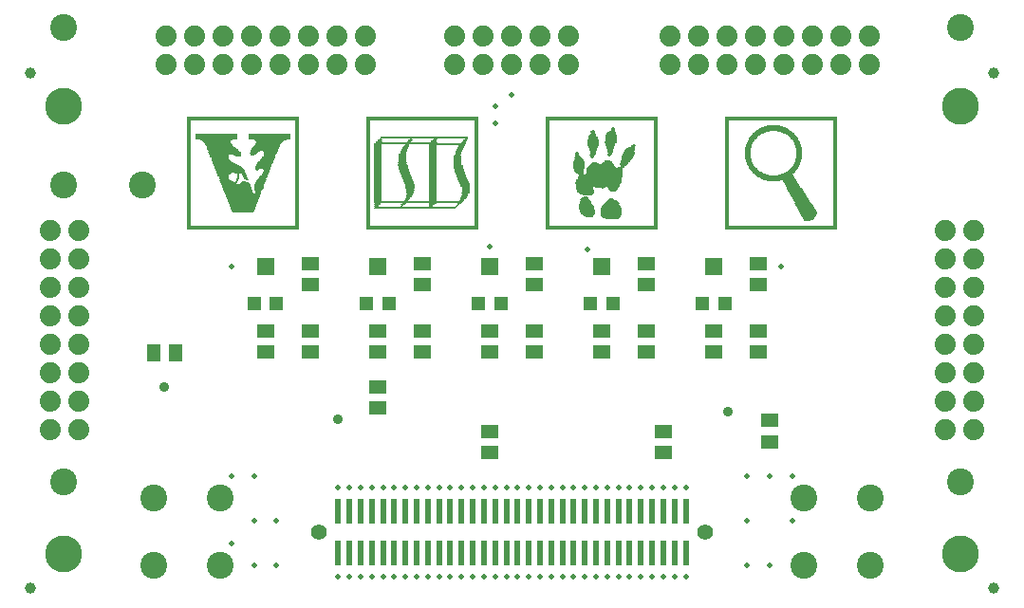
<source format=gts>
G75*
G70*
%OFA0B0*%
%FSLAX24Y24*%
%IPPOS*%
%LPD*%
%AMOC8*
5,1,8,0,0,1.08239X$1,22.5*
%
%ADD10C,0.0551*%
%ADD11C,0.1299*%
%ADD12C,0.0394*%
%ADD13R,0.3937X0.0011*%
%ADD14R,0.3937X0.0011*%
%ADD15R,0.0120X0.0011*%
%ADD16R,0.0120X0.0011*%
%ADD17R,0.0120X0.0011*%
%ADD18R,0.0120X0.0011*%
%ADD19R,0.2832X0.0011*%
%ADD20R,0.2843X0.0011*%
%ADD21R,0.2854X0.0011*%
%ADD22R,0.2865X0.0011*%
%ADD23R,0.0087X0.0011*%
%ADD24R,0.0077X0.0011*%
%ADD25R,0.0098X0.0011*%
%ADD26R,0.0087X0.0011*%
%ADD27R,0.0109X0.0011*%
%ADD28R,0.0131X0.0011*%
%ADD29R,0.0098X0.0011*%
%ADD30R,0.0088X0.0011*%
%ADD31R,0.0142X0.0011*%
%ADD32R,0.0131X0.0011*%
%ADD33R,0.0153X0.0011*%
%ADD34R,0.0164X0.0011*%
%ADD35R,0.0175X0.0011*%
%ADD36R,0.0186X0.0011*%
%ADD37R,0.0109X0.0011*%
%ADD38R,0.0197X0.0011*%
%ADD39R,0.0109X0.0011*%
%ADD40R,0.0208X0.0011*%
%ADD41R,0.0219X0.0011*%
%ADD42R,0.0230X0.0011*%
%ADD43R,0.0230X0.0011*%
%ADD44R,0.0241X0.0011*%
%ADD45R,0.0109X0.0011*%
%ADD46R,0.0241X0.0011*%
%ADD47R,0.0131X0.0011*%
%ADD48R,0.0252X0.0011*%
%ADD49R,0.3062X0.0011*%
%ADD50R,0.3073X0.0011*%
%ADD51R,0.3084X0.0011*%
%ADD52R,0.3106X0.0011*%
%ADD53R,0.0273X0.0011*%
%ADD54R,0.0252X0.0011*%
%ADD55R,0.0273X0.0011*%
%ADD56R,0.0142X0.0011*%
%ADD57R,0.0175X0.0011*%
%ADD58R,0.0175X0.0011*%
%ADD59R,0.0186X0.0011*%
%ADD60R,0.0164X0.0011*%
%ADD61R,0.0153X0.0011*%
%ADD62R,0.0186X0.0011*%
%ADD63R,0.0197X0.0011*%
%ADD64R,0.0219X0.0011*%
%ADD65R,0.0219X0.0011*%
%ADD66R,0.0230X0.0011*%
%ADD67R,0.0251X0.0011*%
%ADD68R,0.0262X0.0011*%
%ADD69R,0.0251X0.0011*%
%ADD70R,0.0262X0.0011*%
%ADD71R,0.0262X0.0011*%
%ADD72R,0.0284X0.0011*%
%ADD73R,0.0295X0.0011*%
%ADD74R,0.0273X0.0011*%
%ADD75R,0.0295X0.0011*%
%ADD76R,0.0273X0.0011*%
%ADD77R,0.0306X0.0011*%
%ADD78R,0.0306X0.0011*%
%ADD79R,0.0284X0.0011*%
%ADD80R,0.0317X0.0011*%
%ADD81R,0.0306X0.0011*%
%ADD82R,0.0328X0.0011*%
%ADD83R,0.0328X0.0011*%
%ADD84R,0.0306X0.0011*%
%ADD85R,0.0339X0.0011*%
%ADD86R,0.0339X0.0011*%
%ADD87R,0.0317X0.0011*%
%ADD88R,0.0350X0.0011*%
%ADD89R,0.0328X0.0011*%
%ADD90R,0.0350X0.0011*%
%ADD91R,0.0361X0.0011*%
%ADD92R,0.0361X0.0011*%
%ADD93R,0.0350X0.0011*%
%ADD94R,0.0350X0.0011*%
%ADD95R,0.0339X0.0011*%
%ADD96R,0.0339X0.0011*%
%ADD97R,0.0328X0.0011*%
%ADD98R,0.0317X0.0011*%
%ADD99R,0.0262X0.0011*%
%ADD100R,0.0230X0.0011*%
%ADD101R,0.0219X0.0011*%
%ADD102R,0.0208X0.0011*%
%ADD103R,0.0186X0.0011*%
%ADD104R,0.0175X0.0011*%
%ADD105R,0.0164X0.0011*%
%ADD106R,0.0153X0.0011*%
%ADD107R,0.1258X0.0011*%
%ADD108R,0.3182X0.0011*%
%ADD109R,0.3182X0.0011*%
%ADD110R,0.3182X0.0011*%
%ADD111R,0.2165X0.0011*%
%ADD112R,0.0131X0.0011*%
%ADD113R,0.0164X0.0011*%
%ADD114R,0.0077X0.0011*%
%ADD115R,0.0066X0.0011*%
%ADD116R,0.0088X0.0011*%
%ADD117R,0.0077X0.0011*%
%ADD118R,0.3073X0.0011*%
%ADD119R,0.3051X0.0011*%
%ADD120R,0.0744X0.0011*%
%ADD121R,0.0755X0.0011*%
%ADD122R,0.0766X0.0011*%
%ADD123R,0.0776X0.0011*%
%ADD124R,0.0787X0.0011*%
%ADD125R,0.0798X0.0011*%
%ADD126R,0.0798X0.0011*%
%ADD127R,0.0809X0.0011*%
%ADD128R,0.0820X0.0011*%
%ADD129R,0.0842X0.0011*%
%ADD130R,0.0842X0.0011*%
%ADD131R,0.0853X0.0011*%
%ADD132R,0.0864X0.0011*%
%ADD133R,0.0886X0.0011*%
%ADD134R,0.0886X0.0011*%
%ADD135R,0.0897X0.0011*%
%ADD136R,0.0908X0.0011*%
%ADD137R,0.0908X0.0011*%
%ADD138R,0.0930X0.0011*%
%ADD139R,0.0941X0.0011*%
%ADD140R,0.0951X0.0011*%
%ADD141R,0.0951X0.0011*%
%ADD142R,0.0962X0.0011*%
%ADD143R,0.0973X0.0011*%
%ADD144R,0.0995X0.0011*%
%ADD145R,0.0995X0.0011*%
%ADD146R,0.1006X0.0011*%
%ADD147R,0.1017X0.0011*%
%ADD148R,0.1039X0.0011*%
%ADD149R,0.1039X0.0011*%
%ADD150R,0.1050X0.0011*%
%ADD151R,0.1061X0.0011*%
%ADD152R,0.1061X0.0011*%
%ADD153R,0.1083X0.0011*%
%ADD154R,0.1094X0.0011*%
%ADD155R,0.1105X0.0011*%
%ADD156R,0.1105X0.0011*%
%ADD157R,0.1126X0.0011*%
%ADD158R,0.1137X0.0011*%
%ADD159R,0.1148X0.0011*%
%ADD160R,0.1148X0.0011*%
%ADD161R,0.1159X0.0011*%
%ADD162R,0.1170X0.0011*%
%ADD163R,0.1181X0.0011*%
%ADD164R,0.1192X0.0011*%
%ADD165R,0.1192X0.0011*%
%ADD166R,0.1203X0.0011*%
%ADD167R,0.1214X0.0011*%
%ADD168R,0.1214X0.0011*%
%ADD169R,0.1236X0.0011*%
%ADD170R,0.0984X0.0011*%
%ADD171R,0.0984X0.0011*%
%ADD172R,0.0208X0.0011*%
%ADD173R,0.0995X0.0011*%
%ADD174R,0.0995X0.0011*%
%ADD175R,0.1006X0.0011*%
%ADD176R,0.1006X0.0011*%
%ADD177R,0.1006X0.0011*%
%ADD178R,0.0547X0.0011*%
%ADD179R,0.0437X0.0011*%
%ADD180R,0.0536X0.0011*%
%ADD181R,0.0405X0.0011*%
%ADD182R,0.0536X0.0011*%
%ADD183R,0.0372X0.0011*%
%ADD184R,0.0547X0.0011*%
%ADD185R,0.0569X0.0011*%
%ADD186R,0.0481X0.0011*%
%ADD187R,0.0066X0.0011*%
%ADD188R,0.0459X0.0011*%
%ADD189R,0.0066X0.0011*%
%ADD190R,0.0437X0.0011*%
%ADD191R,0.0394X0.0011*%
%ADD192R,0.0383X0.0011*%
%ADD193R,0.0372X0.0011*%
%ADD194R,0.0066X0.0011*%
%ADD195R,0.0317X0.0011*%
%ADD196R,0.0011X0.0011*%
%ADD197R,0.0055X0.0011*%
%ADD198R,0.0295X0.0011*%
%ADD199R,0.0295X0.0011*%
%ADD200R,0.0142X0.0011*%
%ADD201R,0.0055X0.0011*%
%ADD202R,0.0241X0.0011*%
%ADD203R,0.0383X0.0011*%
%ADD204R,0.0416X0.0011*%
%ADD205R,0.0426X0.0011*%
%ADD206R,0.0448X0.0011*%
%ADD207R,0.0459X0.0011*%
%ADD208R,0.0470X0.0011*%
%ADD209R,0.0492X0.0011*%
%ADD210R,0.0503X0.0011*%
%ADD211R,0.0197X0.0011*%
%ADD212R,0.0197X0.0011*%
%ADD213R,0.0055X0.0011*%
%ADD214R,0.0241X0.0011*%
%ADD215R,0.0962X0.0011*%
%ADD216R,0.0536X0.0011*%
%ADD217R,0.0962X0.0011*%
%ADD218R,0.0951X0.0011*%
%ADD219R,0.0558X0.0011*%
%ADD220R,0.0930X0.0011*%
%ADD221R,0.0897X0.0011*%
%ADD222R,0.0875X0.0011*%
%ADD223R,0.0842X0.0011*%
%ADD224R,0.0558X0.0011*%
%ADD225R,0.0820X0.0011*%
%ADD226R,0.0755X0.0011*%
%ADD227R,0.0733X0.0011*%
%ADD228R,0.0525X0.0011*%
%ADD229R,0.0722X0.0011*%
%ADD230R,0.0525X0.0011*%
%ADD231R,0.0700X0.0011*%
%ADD232R,0.0689X0.0011*%
%ADD233R,0.0514X0.0011*%
%ADD234R,0.0678X0.0011*%
%ADD235R,0.0514X0.0011*%
%ADD236R,0.0656X0.0011*%
%ADD237R,0.0503X0.0011*%
%ADD238R,0.0656X0.0011*%
%ADD239R,0.0645X0.0011*%
%ADD240R,0.0634X0.0011*%
%ADD241R,0.0481X0.0011*%
%ADD242R,0.0634X0.0011*%
%ADD243R,0.0623X0.0011*%
%ADD244R,0.0470X0.0011*%
%ADD245R,0.0623X0.0011*%
%ADD246R,0.0470X0.0011*%
%ADD247R,0.0623X0.0011*%
%ADD248R,0.0612X0.0011*%
%ADD249R,0.0612X0.0011*%
%ADD250R,0.0623X0.0011*%
%ADD251R,0.0437X0.0011*%
%ADD252R,0.0427X0.0011*%
%ADD253R,0.0416X0.0011*%
%ADD254R,0.0416X0.0011*%
%ADD255R,0.0667X0.0011*%
%ADD256R,0.0689X0.0011*%
%ADD257R,0.0711X0.0011*%
%ADD258R,0.1105X0.0011*%
%ADD259R,0.1105X0.0011*%
%ADD260R,0.0426X0.0011*%
%ADD261R,0.1094X0.0011*%
%ADD262R,0.0481X0.0011*%
%ADD263R,0.1083X0.0011*%
%ADD264R,0.0492X0.0011*%
%ADD265R,0.1072X0.0011*%
%ADD266R,0.1050X0.0011*%
%ADD267R,0.0941X0.0011*%
%ADD268R,0.1039X0.0011*%
%ADD269R,0.1028X0.0011*%
%ADD270R,0.0919X0.0011*%
%ADD271R,0.1028X0.0011*%
%ADD272R,0.0919X0.0011*%
%ADD273R,0.0919X0.0011*%
%ADD274R,0.0908X0.0011*%
%ADD275R,0.0897X0.0011*%
%ADD276R,0.0940X0.0011*%
%ADD277R,0.0875X0.0011*%
%ADD278R,0.0886X0.0011*%
%ADD279R,0.0919X0.0011*%
%ADD280R,0.0875X0.0011*%
%ADD281R,0.0930X0.0011*%
%ADD282R,0.0973X0.0011*%
%ADD283R,0.1017X0.0011*%
%ADD284R,0.1061X0.0011*%
%ADD285R,0.1126X0.0011*%
%ADD286R,0.1290X0.0011*%
%ADD287R,0.1345X0.0011*%
%ADD288R,0.1498X0.0011*%
%ADD289R,0.1498X0.0011*%
%ADD290R,0.1498X0.0011*%
%ADD291R,0.1498X0.0011*%
%ADD292R,0.0416X0.0011*%
%ADD293R,0.0558X0.0011*%
%ADD294R,0.0591X0.0011*%
%ADD295R,0.0634X0.0011*%
%ADD296R,0.0667X0.0011*%
%ADD297R,0.0361X0.0011*%
%ADD298R,0.0700X0.0011*%
%ADD299R,0.0722X0.0011*%
%ADD300R,0.0448X0.0011*%
%ADD301R,0.0459X0.0011*%
%ADD302R,0.0755X0.0011*%
%ADD303R,0.0766X0.0011*%
%ADD304R,0.0766X0.0011*%
%ADD305R,0.0525X0.0011*%
%ADD306R,0.0514X0.0011*%
%ADD307R,0.0711X0.0011*%
%ADD308R,0.0503X0.0011*%
%ADD309R,0.0612X0.0011*%
%ADD310R,0.0580X0.0011*%
%ADD311R,0.0547X0.0011*%
%ADD312R,0.0405X0.0011*%
%ADD313R,0.0405X0.0011*%
%ADD314R,0.0372X0.0011*%
%ADD315R,0.0569X0.0011*%
%ADD316R,0.0591X0.0011*%
%ADD317R,0.0601X0.0011*%
%ADD318R,0.0601X0.0011*%
%ADD319R,0.1531X0.0011*%
%ADD320R,0.1531X0.0011*%
%ADD321R,0.1542X0.0011*%
%ADD322R,0.1553X0.0011*%
%ADD323R,0.1553X0.0011*%
%ADD324R,0.1564X0.0011*%
%ADD325R,0.1575X0.0011*%
%ADD326R,0.1564X0.0011*%
%ADD327R,0.1575X0.0011*%
%ADD328R,0.1564X0.0011*%
%ADD329R,0.1542X0.0011*%
%ADD330R,0.1520X0.0011*%
%ADD331R,0.1531X0.0011*%
%ADD332R,0.1531X0.0011*%
%ADD333R,0.1301X0.0011*%
%ADD334R,0.0208X0.0011*%
%ADD335R,0.1290X0.0011*%
%ADD336R,0.1280X0.0011*%
%ADD337R,0.1280X0.0011*%
%ADD338R,0.1269X0.0011*%
%ADD339R,0.1269X0.0011*%
%ADD340R,0.1258X0.0011*%
%ADD341R,0.1258X0.0011*%
%ADD342R,0.1247X0.0011*%
%ADD343R,0.1225X0.0011*%
%ADD344R,0.1028X0.0011*%
%ADD345R,0.0405X0.0011*%
%ADD346R,0.0142X0.0011*%
%ADD347R,0.0864X0.0011*%
%ADD348R,0.0831X0.0011*%
%ADD349R,0.0448X0.0011*%
%ADD350R,0.0394X0.0011*%
%ADD351R,0.0372X0.0011*%
%ADD352R,0.0383X0.0011*%
%ADD353R,0.0033X0.0011*%
%ADD354R,0.0284X0.0011*%
%ADD355R,0.0033X0.0011*%
%ADD356R,0.0361X0.0011*%
%ADD357R,0.0558X0.0011*%
%ADD358R,0.0601X0.0011*%
%ADD359R,0.0580X0.0011*%
%ADD360R,0.0591X0.0011*%
%ADD361R,0.0580X0.0011*%
%ADD362R,0.0580X0.0011*%
%ADD363R,0.0569X0.0011*%
%ADD364R,0.0569X0.0011*%
%ADD365R,0.0525X0.0011*%
%ADD366R,0.0514X0.0011*%
%ADD367R,0.0492X0.0011*%
%ADD368R,0.0481X0.0011*%
%ADD369R,0.0459X0.0011*%
%ADD370R,0.1137X0.0011*%
%ADD371R,0.1192X0.0011*%
%ADD372R,0.1225X0.0011*%
%ADD373R,0.1236X0.0011*%
%ADD374R,0.1148X0.0011*%
%ADD375R,0.1126X0.0011*%
%ADD376R,0.1050X0.0011*%
%ADD377R,0.0842X0.0011*%
%ADD378R,0.0733X0.0011*%
%ADD379R,0.0667X0.0011*%
%ADD380R,0.0236X0.0906*%
%ADD381C,0.0740*%
%ADD382R,0.0512X0.0591*%
%ADD383C,0.0945*%
%ADD384R,0.0591X0.0512*%
%ADD385R,0.0630X0.0591*%
%ADD386R,0.0472X0.0472*%
%ADD387C,0.0200*%
%ADD388C,0.0354*%
D10*
X011086Y002897D03*
X011086Y002897D03*
X024629Y002897D03*
X024629Y002897D03*
D11*
X033606Y002110D03*
X033606Y017858D03*
X002110Y017858D03*
X002110Y002110D03*
D12*
X000929Y000929D03*
X000929Y019039D03*
X034787Y019039D03*
X034787Y000929D03*
D13*
X027301Y013527D03*
X027301Y013538D03*
X027301Y013560D03*
X027301Y013571D03*
X027301Y013582D03*
X027301Y013593D03*
X027301Y013614D03*
X027301Y013625D03*
X027301Y013636D03*
X027301Y017355D03*
X027301Y017366D03*
X027301Y017376D03*
X027301Y017387D03*
X027301Y017409D03*
X027301Y017420D03*
X027301Y017431D03*
X027301Y017453D03*
X021002Y017453D03*
X021002Y017431D03*
X021002Y017420D03*
X021002Y017409D03*
X021002Y017387D03*
X021002Y017376D03*
X021002Y017366D03*
X021002Y017355D03*
X021002Y013636D03*
X021002Y013625D03*
X021002Y013614D03*
X021002Y013593D03*
X021002Y013582D03*
X021002Y013571D03*
X021002Y013560D03*
X021002Y013538D03*
X021002Y013527D03*
X014703Y013527D03*
X014703Y013538D03*
X014703Y013560D03*
X014703Y013571D03*
X014703Y013582D03*
X014703Y013593D03*
X014703Y013614D03*
X014703Y013625D03*
X014703Y013636D03*
X014703Y017355D03*
X014703Y017366D03*
X014703Y017376D03*
X014703Y017387D03*
X014703Y017409D03*
X014703Y017420D03*
X014703Y017431D03*
X014703Y017453D03*
X008403Y017453D03*
X008403Y017431D03*
X008403Y017420D03*
X008403Y017409D03*
X008403Y017387D03*
X008403Y017376D03*
X008403Y017366D03*
X008403Y017355D03*
X008403Y013636D03*
X008403Y013625D03*
X008403Y013614D03*
X008403Y013593D03*
X008403Y013582D03*
X008403Y013571D03*
X008403Y013560D03*
X008403Y013538D03*
X008403Y013527D03*
D14*
X008403Y013549D03*
X008403Y013603D03*
X008403Y017344D03*
X008403Y017398D03*
X008403Y017442D03*
X014703Y017442D03*
X014703Y017398D03*
X014703Y017344D03*
X014703Y013603D03*
X014703Y013549D03*
X021002Y013549D03*
X021002Y013603D03*
X021002Y017344D03*
X021002Y017398D03*
X021002Y017442D03*
X027301Y017442D03*
X027301Y017398D03*
X027301Y017344D03*
X027301Y013603D03*
X027301Y013549D03*
D15*
X025393Y013647D03*
X025393Y013702D03*
X025393Y013746D03*
X025393Y013800D03*
X025393Y013855D03*
X025393Y013899D03*
X025393Y013953D03*
X025393Y013997D03*
X025393Y014052D03*
X025393Y014096D03*
X025393Y014150D03*
X025393Y014194D03*
X025393Y014249D03*
X025393Y014292D03*
X025393Y014336D03*
X025393Y014391D03*
X025393Y014435D03*
X025393Y014489D03*
X025393Y014533D03*
X025393Y014588D03*
X025393Y014631D03*
X025393Y014686D03*
X025393Y014730D03*
X025393Y014785D03*
X025393Y014839D03*
X025393Y014883D03*
X025393Y014938D03*
X025393Y014981D03*
X025393Y015036D03*
X025393Y015080D03*
X025393Y015135D03*
X025393Y015178D03*
X025393Y015233D03*
X025393Y015277D03*
X025393Y015331D03*
X025393Y015375D03*
X025393Y015430D03*
X025393Y015474D03*
X025393Y015528D03*
X025393Y015572D03*
X025393Y015627D03*
X025393Y015670D03*
X025393Y015725D03*
X025393Y015769D03*
X025393Y015824D03*
X025393Y015867D03*
X025393Y015922D03*
X025393Y015966D03*
X025393Y016020D03*
X025393Y016064D03*
X025393Y016119D03*
X025393Y016163D03*
X025393Y016217D03*
X025393Y016261D03*
X025393Y016316D03*
X025393Y016359D03*
X025393Y016414D03*
X025393Y016458D03*
X025393Y016512D03*
X025393Y016556D03*
X025393Y016611D03*
X025393Y016655D03*
X025393Y016709D03*
X025393Y016753D03*
X025393Y016808D03*
X025393Y016851D03*
X025393Y016906D03*
X025393Y016950D03*
X025393Y017005D03*
X025393Y017048D03*
X025393Y017103D03*
X025393Y017147D03*
X025393Y017201D03*
X025393Y017245D03*
X025393Y017300D03*
X019093Y017300D03*
X019093Y017245D03*
X019093Y017201D03*
X019093Y017147D03*
X019093Y017103D03*
X019093Y017048D03*
X019093Y017005D03*
X019093Y016950D03*
X019093Y016906D03*
X019093Y016851D03*
X019093Y016808D03*
X019093Y016753D03*
X019093Y016709D03*
X019093Y016655D03*
X019093Y016611D03*
X019093Y016556D03*
X019093Y016512D03*
X019093Y016458D03*
X019093Y016414D03*
X019093Y016359D03*
X019093Y016316D03*
X019093Y016261D03*
X019093Y016217D03*
X019093Y016163D03*
X019093Y016119D03*
X019093Y016064D03*
X019093Y016020D03*
X019093Y015966D03*
X019093Y015922D03*
X019093Y015867D03*
X019093Y015824D03*
X019093Y015769D03*
X019093Y015725D03*
X019093Y015670D03*
X019093Y015627D03*
X019093Y015572D03*
X019093Y015528D03*
X019093Y015474D03*
X019093Y015430D03*
X019093Y015375D03*
X019093Y015331D03*
X019093Y015277D03*
X019093Y015233D03*
X019093Y015178D03*
X019093Y015135D03*
X019093Y015080D03*
X019093Y015036D03*
X019093Y014981D03*
X019093Y014938D03*
X019093Y014883D03*
X019093Y014839D03*
X019093Y014785D03*
X019093Y014730D03*
X019093Y014686D03*
X019093Y014631D03*
X019093Y014588D03*
X019093Y014533D03*
X019093Y014489D03*
X019093Y014435D03*
X019093Y014391D03*
X019093Y014336D03*
X019093Y014292D03*
X019093Y014249D03*
X019093Y014194D03*
X019093Y014150D03*
X019093Y014096D03*
X019093Y014052D03*
X019093Y013997D03*
X019093Y013953D03*
X019093Y013899D03*
X019093Y013855D03*
X019093Y013800D03*
X019093Y013746D03*
X019093Y013702D03*
X019093Y013647D03*
X015003Y014336D03*
X012794Y014336D03*
X012794Y014292D03*
X012794Y014249D03*
X012794Y014194D03*
X012794Y014150D03*
X012794Y014096D03*
X012794Y014052D03*
X012794Y013997D03*
X012794Y013953D03*
X012794Y013899D03*
X012794Y013855D03*
X012794Y013800D03*
X012794Y013746D03*
X012794Y013702D03*
X012794Y013647D03*
X012794Y014391D03*
X012794Y014435D03*
X012794Y014489D03*
X012794Y014533D03*
X012794Y014588D03*
X012794Y014631D03*
X012794Y014686D03*
X012794Y014730D03*
X012794Y014785D03*
X012794Y014839D03*
X012794Y014883D03*
X012794Y014938D03*
X012794Y014981D03*
X012794Y015036D03*
X012794Y015080D03*
X012794Y015135D03*
X012794Y015178D03*
X012794Y015233D03*
X012794Y015277D03*
X012794Y015331D03*
X012794Y015375D03*
X012794Y015430D03*
X012794Y015474D03*
X012794Y015528D03*
X012794Y015572D03*
X012794Y015627D03*
X012794Y015670D03*
X012794Y015725D03*
X012794Y015769D03*
X012794Y015824D03*
X012794Y015867D03*
X012794Y015922D03*
X012794Y015966D03*
X012794Y016020D03*
X012794Y016064D03*
X012794Y016119D03*
X012794Y016163D03*
X012794Y016217D03*
X012794Y016261D03*
X012794Y016316D03*
X012794Y016359D03*
X012794Y016414D03*
X012794Y016458D03*
X012794Y016512D03*
X012794Y016556D03*
X012794Y016611D03*
X012794Y016655D03*
X012794Y016709D03*
X012794Y016753D03*
X012794Y016808D03*
X012794Y016851D03*
X012794Y016906D03*
X012794Y016950D03*
X012794Y017005D03*
X012794Y017048D03*
X012794Y017103D03*
X012794Y017147D03*
X012794Y017201D03*
X012794Y017245D03*
X012794Y017300D03*
X014260Y016611D03*
X016195Y016611D03*
X008518Y015277D03*
X006495Y015277D03*
X006495Y015233D03*
X006495Y015178D03*
X006495Y015135D03*
X006495Y015080D03*
X006495Y015036D03*
X006495Y014981D03*
X006495Y014938D03*
X006495Y014883D03*
X006495Y014839D03*
X006495Y014785D03*
X006495Y014730D03*
X006495Y014686D03*
X006495Y014631D03*
X006495Y014588D03*
X006495Y014533D03*
X006495Y014489D03*
X006495Y014435D03*
X006495Y014391D03*
X006495Y014336D03*
X006495Y014292D03*
X006495Y014249D03*
X006495Y014194D03*
X006495Y014150D03*
X006495Y014096D03*
X006495Y014052D03*
X006495Y013997D03*
X006495Y013953D03*
X006495Y013899D03*
X006495Y013855D03*
X006495Y013800D03*
X006495Y013746D03*
X006495Y013702D03*
X006495Y013647D03*
X006495Y015331D03*
X006495Y015375D03*
X006495Y015430D03*
X006495Y015474D03*
X006495Y015528D03*
X006495Y015572D03*
X006495Y015627D03*
X006495Y015670D03*
X006495Y015725D03*
X006495Y015769D03*
X006495Y015824D03*
X006495Y015867D03*
X006495Y015922D03*
X006495Y015966D03*
X006495Y016020D03*
X006495Y016064D03*
X006495Y016119D03*
X006495Y016163D03*
X006495Y016217D03*
X006495Y016261D03*
X006495Y016316D03*
X006495Y016359D03*
X006495Y016414D03*
X006495Y016458D03*
X006495Y016512D03*
X006495Y016556D03*
X006495Y016611D03*
X006495Y016655D03*
X006495Y016709D03*
X006495Y016753D03*
X006495Y016808D03*
X006495Y016851D03*
X006495Y016906D03*
X006495Y016950D03*
X006495Y017005D03*
X006495Y017048D03*
X006495Y017103D03*
X006495Y017147D03*
X006495Y017201D03*
X006495Y017245D03*
X006495Y017300D03*
D16*
X010312Y017300D03*
X010312Y017245D03*
X010312Y017201D03*
X010312Y017147D03*
X010312Y017103D03*
X010312Y017048D03*
X010312Y017005D03*
X010312Y016950D03*
X010312Y016906D03*
X010312Y016851D03*
X010312Y016808D03*
X010312Y016753D03*
X010312Y016709D03*
X010312Y016655D03*
X010312Y016611D03*
X010312Y016556D03*
X010312Y016512D03*
X010312Y016458D03*
X010312Y016414D03*
X010312Y016359D03*
X010312Y016316D03*
X010312Y016261D03*
X010312Y016217D03*
X010312Y016163D03*
X010312Y016119D03*
X010312Y016064D03*
X010312Y016020D03*
X010312Y015966D03*
X010312Y015922D03*
X010312Y015867D03*
X010312Y015824D03*
X010312Y015769D03*
X010312Y015725D03*
X010312Y015670D03*
X010312Y015627D03*
X010312Y015572D03*
X010312Y015528D03*
X010312Y015474D03*
X010312Y015430D03*
X010312Y015375D03*
X010312Y015331D03*
X010312Y015277D03*
X010312Y015233D03*
X010312Y015178D03*
X010312Y015135D03*
X010312Y015080D03*
X010312Y015036D03*
X010312Y014981D03*
X010312Y014938D03*
X010312Y014883D03*
X010312Y014839D03*
X010312Y014785D03*
X010312Y014730D03*
X010312Y014686D03*
X010312Y014631D03*
X010312Y014588D03*
X010312Y014533D03*
X010312Y014489D03*
X010312Y014435D03*
X010312Y014391D03*
X010312Y014336D03*
X010312Y014292D03*
X010312Y014249D03*
X010312Y014194D03*
X010312Y014150D03*
X010312Y014096D03*
X010312Y014052D03*
X010312Y013997D03*
X010312Y013953D03*
X010312Y013899D03*
X010312Y013855D03*
X010312Y013800D03*
X010312Y013746D03*
X010312Y013702D03*
X010312Y013647D03*
X016611Y013647D03*
X016611Y013702D03*
X016611Y013746D03*
X016611Y013800D03*
X016611Y013855D03*
X016611Y013899D03*
X016611Y013953D03*
X016611Y013997D03*
X016611Y014052D03*
X016611Y014096D03*
X016611Y014150D03*
X016611Y014194D03*
X016611Y014249D03*
X016611Y014292D03*
X016611Y014336D03*
X016611Y014391D03*
X016611Y014435D03*
X016611Y014489D03*
X016611Y014533D03*
X016611Y014588D03*
X016611Y014631D03*
X016611Y014686D03*
X016611Y014730D03*
X016611Y014785D03*
X016611Y014839D03*
X016611Y014883D03*
X016611Y014938D03*
X016611Y014981D03*
X016611Y015036D03*
X016611Y015080D03*
X016611Y015135D03*
X016611Y015178D03*
X016611Y015233D03*
X016611Y015277D03*
X016611Y015331D03*
X016611Y015375D03*
X016611Y015430D03*
X016611Y015474D03*
X016611Y015528D03*
X016611Y015572D03*
X016611Y015627D03*
X016611Y015670D03*
X016611Y015725D03*
X016611Y015769D03*
X016611Y015824D03*
X016611Y015867D03*
X016611Y015922D03*
X016611Y015966D03*
X016611Y016020D03*
X016611Y016064D03*
X016611Y016119D03*
X016611Y016163D03*
X016611Y016217D03*
X016611Y016261D03*
X016611Y016316D03*
X016611Y016359D03*
X016611Y016414D03*
X016611Y016458D03*
X016611Y016512D03*
X016611Y016556D03*
X016611Y016611D03*
X016611Y016655D03*
X016611Y016709D03*
X016611Y016753D03*
X016611Y016808D03*
X016611Y016851D03*
X016611Y016906D03*
X016611Y016950D03*
X016611Y017005D03*
X016611Y017048D03*
X016611Y017103D03*
X016611Y017147D03*
X016611Y017201D03*
X016611Y017245D03*
X016611Y017300D03*
X020143Y016163D03*
X020690Y016950D03*
X022910Y016950D03*
X022910Y016906D03*
X022910Y016851D03*
X022910Y016808D03*
X022910Y016753D03*
X022910Y016709D03*
X022910Y016655D03*
X022910Y016611D03*
X022910Y016556D03*
X022910Y016512D03*
X022910Y016458D03*
X022910Y016414D03*
X022910Y016359D03*
X022910Y016316D03*
X022910Y016261D03*
X022910Y016217D03*
X022910Y016163D03*
X022910Y016119D03*
X022910Y016064D03*
X022910Y016020D03*
X022910Y015966D03*
X022910Y015922D03*
X022910Y015867D03*
X022910Y015824D03*
X022910Y015769D03*
X022910Y015725D03*
X022910Y015670D03*
X022910Y015627D03*
X022910Y015572D03*
X022910Y015528D03*
X022910Y015474D03*
X022910Y015430D03*
X022910Y015375D03*
X022910Y015331D03*
X022910Y015277D03*
X022910Y015233D03*
X022910Y015178D03*
X022910Y015135D03*
X022910Y015080D03*
X022910Y015036D03*
X022910Y014981D03*
X022910Y014938D03*
X022910Y014883D03*
X022910Y014839D03*
X022910Y014785D03*
X022910Y014730D03*
X022910Y014686D03*
X022910Y014631D03*
X022910Y014588D03*
X022910Y014533D03*
X022910Y014489D03*
X022910Y014435D03*
X022910Y014391D03*
X022910Y014336D03*
X022910Y014292D03*
X022910Y014249D03*
X022910Y014194D03*
X022910Y014150D03*
X022910Y014096D03*
X022910Y014052D03*
X022910Y013997D03*
X022910Y013953D03*
X022910Y013899D03*
X022910Y013855D03*
X022910Y013800D03*
X022910Y013746D03*
X022910Y013702D03*
X022910Y013647D03*
X021040Y014981D03*
X022910Y017005D03*
X022910Y017048D03*
X022910Y017103D03*
X022910Y017147D03*
X022910Y017201D03*
X022910Y017245D03*
X022910Y017300D03*
X029209Y017300D03*
X029209Y017245D03*
X029209Y017201D03*
X029209Y017147D03*
X029209Y017103D03*
X029209Y017048D03*
X029209Y017005D03*
X029209Y016950D03*
X029209Y016906D03*
X029209Y016851D03*
X029209Y016808D03*
X029209Y016753D03*
X029209Y016709D03*
X029209Y016655D03*
X029209Y016611D03*
X029209Y016556D03*
X029209Y016512D03*
X029209Y016458D03*
X029209Y016414D03*
X029209Y016359D03*
X029209Y016316D03*
X029209Y016261D03*
X029209Y016217D03*
X029209Y016163D03*
X029209Y016119D03*
X029209Y016064D03*
X029209Y016020D03*
X029209Y015966D03*
X029209Y015922D03*
X029209Y015867D03*
X029209Y015824D03*
X029209Y015769D03*
X029209Y015725D03*
X029209Y015670D03*
X029209Y015627D03*
X029209Y015572D03*
X029209Y015528D03*
X029209Y015474D03*
X029209Y015430D03*
X029209Y015375D03*
X029209Y015331D03*
X029209Y015277D03*
X029209Y015233D03*
X029209Y015178D03*
X029209Y015135D03*
X029209Y015080D03*
X029209Y015036D03*
X029209Y014981D03*
X029209Y014938D03*
X029209Y014883D03*
X029209Y014839D03*
X029209Y014785D03*
X029209Y014730D03*
X029209Y014686D03*
X029209Y014631D03*
X029209Y014588D03*
X029209Y014533D03*
X029209Y014489D03*
X029209Y014435D03*
X029209Y014391D03*
X029209Y014336D03*
X029209Y014292D03*
X029209Y014249D03*
X029209Y014194D03*
X029209Y014150D03*
X029209Y014096D03*
X029209Y014052D03*
X029209Y013997D03*
X029209Y013953D03*
X029209Y013899D03*
X029209Y013855D03*
X029209Y013800D03*
X029209Y013746D03*
X029209Y013702D03*
X029209Y013647D03*
D17*
X025393Y013658D03*
X025393Y013669D03*
X025393Y013680D03*
X025393Y013691D03*
X025393Y013713D03*
X025393Y013724D03*
X025393Y013735D03*
X025393Y013757D03*
X025393Y013768D03*
X025393Y013778D03*
X025393Y013789D03*
X025393Y013811D03*
X025393Y013822D03*
X025393Y013833D03*
X025393Y013844D03*
X025393Y013866D03*
X025393Y013877D03*
X025393Y013888D03*
X025393Y013910D03*
X025393Y013921D03*
X025393Y013932D03*
X025393Y013943D03*
X025393Y013964D03*
X025393Y013975D03*
X025393Y013986D03*
X025393Y014008D03*
X025393Y014019D03*
X025393Y014030D03*
X025393Y014041D03*
X025393Y014063D03*
X025393Y014074D03*
X025393Y014085D03*
X025393Y014107D03*
X025393Y014117D03*
X025393Y014128D03*
X025393Y014139D03*
X025393Y014161D03*
X025393Y014172D03*
X025393Y014183D03*
X025393Y014205D03*
X025393Y014216D03*
X025393Y014227D03*
X025393Y014238D03*
X025393Y014260D03*
X025393Y014271D03*
X025393Y014282D03*
X025393Y014303D03*
X025393Y014314D03*
X025393Y014325D03*
X025393Y014347D03*
X025393Y014358D03*
X025393Y014369D03*
X025393Y014380D03*
X025393Y014402D03*
X025393Y014413D03*
X025393Y014424D03*
X025393Y014446D03*
X025393Y014456D03*
X025393Y014467D03*
X025393Y014478D03*
X025393Y014500D03*
X025393Y014511D03*
X025393Y014522D03*
X025393Y014544D03*
X025393Y014555D03*
X025393Y014566D03*
X025393Y014577D03*
X025393Y014599D03*
X025393Y014610D03*
X025393Y014621D03*
X025393Y014642D03*
X025393Y014653D03*
X025393Y014664D03*
X025393Y014675D03*
X025393Y014697D03*
X025393Y014708D03*
X025393Y014719D03*
X025393Y014741D03*
X025393Y014752D03*
X025393Y014763D03*
X025393Y014774D03*
X025393Y014796D03*
X025393Y014806D03*
X025393Y014817D03*
X025393Y014828D03*
X025393Y014850D03*
X025393Y014861D03*
X025393Y014872D03*
X025393Y014894D03*
X025393Y014905D03*
X025393Y014916D03*
X025393Y014927D03*
X025393Y014949D03*
X025393Y014960D03*
X025393Y014971D03*
X025393Y014992D03*
X025393Y015003D03*
X025393Y015014D03*
X025393Y015025D03*
X025393Y015047D03*
X025393Y015058D03*
X025393Y015069D03*
X025393Y015091D03*
X025393Y015102D03*
X025393Y015113D03*
X025393Y015124D03*
X025393Y015145D03*
X025393Y015156D03*
X025393Y015167D03*
X025393Y015189D03*
X025393Y015200D03*
X025393Y015211D03*
X025393Y015222D03*
X025393Y015244D03*
X025393Y015255D03*
X025393Y015266D03*
X025393Y015288D03*
X025393Y015299D03*
X025393Y015310D03*
X025393Y015320D03*
X025393Y015342D03*
X025393Y015353D03*
X025393Y015364D03*
X025393Y015386D03*
X025393Y015397D03*
X025393Y015408D03*
X025393Y015419D03*
X025393Y015441D03*
X025393Y015452D03*
X025393Y015463D03*
X025393Y015484D03*
X025393Y015495D03*
X025393Y015506D03*
X025393Y015517D03*
X025393Y015539D03*
X025393Y015550D03*
X025393Y015561D03*
X025393Y015583D03*
X025393Y015594D03*
X025393Y015605D03*
X025393Y015616D03*
X025393Y015638D03*
X025393Y015649D03*
X025393Y015659D03*
X025393Y015681D03*
X025393Y015692D03*
X025393Y015703D03*
X025393Y015714D03*
X025393Y015736D03*
X025393Y015747D03*
X025393Y015758D03*
X025393Y015780D03*
X025393Y015791D03*
X025393Y015802D03*
X025393Y015813D03*
X025393Y015834D03*
X025393Y015845D03*
X025393Y015856D03*
X025393Y015878D03*
X025393Y015889D03*
X025393Y015900D03*
X025393Y015911D03*
X025393Y015933D03*
X025393Y015944D03*
X025393Y015955D03*
X025393Y015977D03*
X025393Y015988D03*
X025393Y015999D03*
X025393Y016009D03*
X025393Y016031D03*
X025393Y016042D03*
X025393Y016053D03*
X025393Y016075D03*
X025393Y016086D03*
X025393Y016097D03*
X025393Y016108D03*
X025393Y016130D03*
X025393Y016141D03*
X025393Y016152D03*
X025393Y016173D03*
X025393Y016184D03*
X025393Y016195D03*
X025393Y016206D03*
X025393Y016228D03*
X025393Y016239D03*
X025393Y016250D03*
X025393Y016272D03*
X025393Y016283D03*
X025393Y016294D03*
X025393Y016305D03*
X025393Y016327D03*
X025393Y016338D03*
X025393Y016348D03*
X025393Y016370D03*
X025393Y016381D03*
X025393Y016392D03*
X025393Y016403D03*
X025393Y016425D03*
X025393Y016436D03*
X025393Y016447D03*
X025393Y016469D03*
X025393Y016480D03*
X025393Y016491D03*
X025393Y016502D03*
X025393Y016523D03*
X025393Y016534D03*
X025393Y016545D03*
X025393Y016567D03*
X025393Y016578D03*
X025393Y016589D03*
X025393Y016600D03*
X025393Y016622D03*
X025393Y016633D03*
X025393Y016644D03*
X025393Y016666D03*
X025393Y016677D03*
X025393Y016687D03*
X025393Y016698D03*
X025393Y016720D03*
X025393Y016731D03*
X025393Y016742D03*
X025393Y016764D03*
X025393Y016775D03*
X025393Y016786D03*
X025393Y016797D03*
X025393Y016819D03*
X025393Y016830D03*
X025393Y016841D03*
X025393Y016862D03*
X025393Y016873D03*
X025393Y016884D03*
X025393Y016895D03*
X025393Y016917D03*
X025393Y016928D03*
X025393Y016939D03*
X025393Y016961D03*
X025393Y016972D03*
X025393Y016983D03*
X025393Y016994D03*
X025393Y017016D03*
X025393Y017026D03*
X025393Y017037D03*
X025393Y017059D03*
X025393Y017070D03*
X025393Y017081D03*
X025393Y017092D03*
X025393Y017114D03*
X025393Y017125D03*
X025393Y017136D03*
X025393Y017158D03*
X025393Y017169D03*
X025393Y017180D03*
X025393Y017191D03*
X025393Y017212D03*
X025393Y017223D03*
X025393Y017234D03*
X025393Y017256D03*
X025393Y017267D03*
X025393Y017278D03*
X025393Y017289D03*
X025393Y017311D03*
X025393Y017322D03*
X025393Y017333D03*
X021401Y017026D03*
X021401Y017016D03*
X021292Y016152D03*
X021292Y016141D03*
X021292Y016130D03*
X020756Y015856D03*
X019093Y015856D03*
X019093Y015845D03*
X019093Y015834D03*
X019093Y015813D03*
X019093Y015802D03*
X019093Y015791D03*
X019093Y015780D03*
X019093Y015758D03*
X019093Y015747D03*
X019093Y015736D03*
X019093Y015714D03*
X019093Y015703D03*
X019093Y015692D03*
X019093Y015681D03*
X019093Y015659D03*
X019093Y015649D03*
X019093Y015638D03*
X019093Y015616D03*
X019093Y015605D03*
X019093Y015594D03*
X019093Y015583D03*
X019093Y015561D03*
X019093Y015550D03*
X019093Y015539D03*
X019093Y015517D03*
X019093Y015506D03*
X019093Y015495D03*
X019093Y015484D03*
X019093Y015463D03*
X019093Y015452D03*
X019093Y015441D03*
X019093Y015419D03*
X019093Y015408D03*
X019093Y015397D03*
X019093Y015386D03*
X019093Y015364D03*
X019093Y015353D03*
X019093Y015342D03*
X019093Y015320D03*
X019093Y015310D03*
X019093Y015299D03*
X019093Y015288D03*
X019093Y015266D03*
X019093Y015255D03*
X019093Y015244D03*
X019093Y015222D03*
X019093Y015211D03*
X019093Y015200D03*
X019093Y015189D03*
X019093Y015167D03*
X019093Y015156D03*
X019093Y015145D03*
X019093Y015124D03*
X019093Y015113D03*
X019093Y015102D03*
X019093Y015091D03*
X019093Y015069D03*
X019093Y015058D03*
X019093Y015047D03*
X019093Y015025D03*
X019093Y015014D03*
X019093Y015003D03*
X019093Y014992D03*
X019093Y014971D03*
X019093Y014960D03*
X019093Y014949D03*
X019093Y014927D03*
X019093Y014916D03*
X019093Y014905D03*
X019093Y014894D03*
X019093Y014872D03*
X019093Y014861D03*
X019093Y014850D03*
X019093Y014828D03*
X019093Y014817D03*
X019093Y014806D03*
X019093Y014796D03*
X019093Y014774D03*
X019093Y014763D03*
X019093Y014752D03*
X019093Y014741D03*
X019093Y014719D03*
X019093Y014708D03*
X019093Y014697D03*
X019093Y014675D03*
X019093Y014664D03*
X019093Y014653D03*
X019093Y014642D03*
X019093Y014621D03*
X019093Y014610D03*
X019093Y014599D03*
X019093Y014577D03*
X019093Y014566D03*
X019093Y014555D03*
X019093Y014544D03*
X019093Y014522D03*
X019093Y014511D03*
X019093Y014500D03*
X019093Y014478D03*
X019093Y014467D03*
X019093Y014456D03*
X019093Y014446D03*
X019093Y014424D03*
X019093Y014413D03*
X019093Y014402D03*
X019093Y014380D03*
X019093Y014369D03*
X019093Y014358D03*
X019093Y014347D03*
X019093Y014325D03*
X019093Y014314D03*
X019093Y014303D03*
X019093Y014282D03*
X019093Y014271D03*
X019093Y014260D03*
X019093Y014238D03*
X019093Y014227D03*
X019093Y014216D03*
X019093Y014205D03*
X019093Y014183D03*
X019093Y014172D03*
X019093Y014161D03*
X019093Y014139D03*
X019093Y014128D03*
X019093Y014117D03*
X019093Y014107D03*
X019093Y014085D03*
X019093Y014074D03*
X019093Y014063D03*
X019093Y014041D03*
X019093Y014030D03*
X019093Y014019D03*
X019093Y014008D03*
X019093Y013986D03*
X019093Y013975D03*
X019093Y013964D03*
X019093Y013943D03*
X019093Y013932D03*
X019093Y013921D03*
X019093Y013910D03*
X019093Y013888D03*
X019093Y013877D03*
X019093Y013866D03*
X019093Y013844D03*
X019093Y013833D03*
X019093Y013822D03*
X019093Y013811D03*
X019093Y013789D03*
X019093Y013778D03*
X019093Y013768D03*
X019093Y013757D03*
X019093Y013735D03*
X019093Y013724D03*
X019093Y013713D03*
X019093Y013691D03*
X019093Y013680D03*
X019093Y013669D03*
X019093Y013658D03*
X020570Y013943D03*
X019093Y015878D03*
X019093Y015889D03*
X019093Y015900D03*
X019093Y015911D03*
X019093Y015933D03*
X019093Y015944D03*
X019093Y015955D03*
X019093Y015977D03*
X019093Y015988D03*
X019093Y015999D03*
X019093Y016009D03*
X019093Y016031D03*
X019093Y016042D03*
X019093Y016053D03*
X019093Y016075D03*
X019093Y016086D03*
X019093Y016097D03*
X019093Y016108D03*
X019093Y016130D03*
X019093Y016141D03*
X019093Y016152D03*
X019093Y016173D03*
X019093Y016184D03*
X019093Y016195D03*
X019093Y016206D03*
X019093Y016228D03*
X019093Y016239D03*
X019093Y016250D03*
X019093Y016272D03*
X019093Y016283D03*
X019093Y016294D03*
X019093Y016305D03*
X019093Y016327D03*
X019093Y016338D03*
X019093Y016348D03*
X019093Y016370D03*
X019093Y016381D03*
X019093Y016392D03*
X019093Y016403D03*
X019093Y016425D03*
X019093Y016436D03*
X019093Y016447D03*
X019093Y016469D03*
X019093Y016480D03*
X019093Y016491D03*
X019093Y016502D03*
X019093Y016523D03*
X019093Y016534D03*
X019093Y016545D03*
X019093Y016567D03*
X019093Y016578D03*
X019093Y016589D03*
X019093Y016600D03*
X019093Y016622D03*
X019093Y016633D03*
X019093Y016644D03*
X019093Y016666D03*
X019093Y016677D03*
X019093Y016687D03*
X019093Y016698D03*
X019093Y016720D03*
X019093Y016731D03*
X019093Y016742D03*
X019093Y016764D03*
X019093Y016775D03*
X019093Y016786D03*
X019093Y016797D03*
X019093Y016819D03*
X019093Y016830D03*
X019093Y016841D03*
X019093Y016862D03*
X019093Y016873D03*
X019093Y016884D03*
X019093Y016895D03*
X019093Y016917D03*
X019093Y016928D03*
X019093Y016939D03*
X019093Y016961D03*
X019093Y016972D03*
X019093Y016983D03*
X019093Y016994D03*
X019093Y017016D03*
X019093Y017026D03*
X019093Y017037D03*
X019093Y017059D03*
X019093Y017070D03*
X019093Y017081D03*
X019093Y017092D03*
X019093Y017114D03*
X019093Y017125D03*
X019093Y017136D03*
X019093Y017158D03*
X019093Y017169D03*
X019093Y017180D03*
X019093Y017191D03*
X019093Y017212D03*
X019093Y017223D03*
X019093Y017234D03*
X019093Y017256D03*
X019093Y017267D03*
X019093Y017278D03*
X019093Y017289D03*
X019093Y017311D03*
X019093Y017322D03*
X019093Y017333D03*
X014063Y014413D03*
X013089Y014325D03*
X012794Y014325D03*
X012794Y014314D03*
X012794Y014303D03*
X012794Y014282D03*
X012794Y014271D03*
X012794Y014260D03*
X012794Y014238D03*
X012794Y014227D03*
X012794Y014216D03*
X012794Y014205D03*
X012794Y014183D03*
X012794Y014172D03*
X012794Y014161D03*
X012794Y014139D03*
X012794Y014128D03*
X012794Y014117D03*
X012794Y014107D03*
X012794Y014085D03*
X012794Y014074D03*
X012794Y014063D03*
X012794Y014041D03*
X012794Y014030D03*
X012794Y014019D03*
X012794Y014008D03*
X012794Y013986D03*
X012794Y013975D03*
X012794Y013964D03*
X012794Y013943D03*
X012794Y013932D03*
X012794Y013921D03*
X012794Y013910D03*
X012794Y013888D03*
X012794Y013877D03*
X012794Y013866D03*
X012794Y013844D03*
X012794Y013833D03*
X012794Y013822D03*
X012794Y013811D03*
X012794Y013789D03*
X012794Y013778D03*
X012794Y013768D03*
X012794Y013757D03*
X012794Y013735D03*
X012794Y013724D03*
X012794Y013713D03*
X012794Y013691D03*
X012794Y013680D03*
X012794Y013669D03*
X012794Y013658D03*
X012794Y014347D03*
X012794Y014358D03*
X012794Y014369D03*
X012794Y014380D03*
X012794Y014402D03*
X012794Y014413D03*
X012794Y014424D03*
X012794Y014446D03*
X012794Y014456D03*
X012794Y014467D03*
X012794Y014478D03*
X012794Y014500D03*
X012794Y014511D03*
X012794Y014522D03*
X012794Y014544D03*
X012794Y014555D03*
X012794Y014566D03*
X012794Y014577D03*
X012794Y014599D03*
X012794Y014610D03*
X012794Y014621D03*
X012794Y014642D03*
X012794Y014653D03*
X012794Y014664D03*
X012794Y014675D03*
X012794Y014697D03*
X012794Y014708D03*
X012794Y014719D03*
X012794Y014741D03*
X012794Y014752D03*
X012794Y014763D03*
X012794Y014774D03*
X012794Y014796D03*
X012794Y014806D03*
X012794Y014817D03*
X012794Y014828D03*
X012794Y014850D03*
X012794Y014861D03*
X012794Y014872D03*
X012794Y014894D03*
X012794Y014905D03*
X012794Y014916D03*
X012794Y014927D03*
X012794Y014949D03*
X012794Y014960D03*
X012794Y014971D03*
X012794Y014992D03*
X012794Y015003D03*
X012794Y015014D03*
X012794Y015025D03*
X012794Y015047D03*
X012794Y015058D03*
X012794Y015069D03*
X012794Y015091D03*
X012794Y015102D03*
X012794Y015113D03*
X012794Y015124D03*
X012794Y015145D03*
X012794Y015156D03*
X012794Y015167D03*
X012794Y015189D03*
X012794Y015200D03*
X012794Y015211D03*
X012794Y015222D03*
X012794Y015244D03*
X012794Y015255D03*
X012794Y015266D03*
X012794Y015288D03*
X012794Y015299D03*
X012794Y015310D03*
X012794Y015320D03*
X012794Y015342D03*
X012794Y015353D03*
X012794Y015364D03*
X012794Y015386D03*
X012794Y015397D03*
X012794Y015408D03*
X012794Y015419D03*
X012794Y015441D03*
X012794Y015452D03*
X012794Y015463D03*
X012794Y015484D03*
X012794Y015495D03*
X012794Y015506D03*
X012794Y015517D03*
X012794Y015539D03*
X012794Y015550D03*
X012794Y015561D03*
X012794Y015583D03*
X012794Y015594D03*
X012794Y015605D03*
X012794Y015616D03*
X012794Y015638D03*
X012794Y015649D03*
X012794Y015659D03*
X012794Y015681D03*
X012794Y015692D03*
X012794Y015703D03*
X012794Y015714D03*
X012794Y015736D03*
X012794Y015747D03*
X012794Y015758D03*
X012794Y015780D03*
X012794Y015791D03*
X012794Y015802D03*
X012794Y015813D03*
X012794Y015834D03*
X012794Y015845D03*
X012794Y015856D03*
X012794Y015878D03*
X012794Y015889D03*
X012794Y015900D03*
X012794Y015911D03*
X012794Y015933D03*
X012794Y015944D03*
X012794Y015955D03*
X012794Y015977D03*
X012794Y015988D03*
X012794Y015999D03*
X012794Y016009D03*
X012794Y016031D03*
X012794Y016042D03*
X012794Y016053D03*
X012794Y016075D03*
X012794Y016086D03*
X012794Y016097D03*
X012794Y016108D03*
X012794Y016130D03*
X012794Y016141D03*
X012794Y016152D03*
X012794Y016173D03*
X012794Y016184D03*
X012794Y016195D03*
X012794Y016206D03*
X012794Y016228D03*
X012794Y016239D03*
X012794Y016250D03*
X012794Y016272D03*
X012794Y016283D03*
X012794Y016294D03*
X012794Y016305D03*
X012794Y016327D03*
X012794Y016338D03*
X012794Y016348D03*
X012794Y016370D03*
X012794Y016381D03*
X012794Y016392D03*
X012794Y016403D03*
X012794Y016425D03*
X012794Y016436D03*
X012794Y016447D03*
X012794Y016469D03*
X012794Y016480D03*
X012794Y016491D03*
X012794Y016502D03*
X012794Y016523D03*
X012794Y016534D03*
X012794Y016545D03*
X012794Y016567D03*
X012794Y016578D03*
X012794Y016589D03*
X012794Y016600D03*
X012794Y016622D03*
X012794Y016633D03*
X012794Y016644D03*
X012794Y016666D03*
X012794Y016677D03*
X012794Y016687D03*
X012794Y016698D03*
X012794Y016720D03*
X012794Y016731D03*
X012794Y016742D03*
X012794Y016764D03*
X012794Y016775D03*
X012794Y016786D03*
X012794Y016797D03*
X012794Y016819D03*
X012794Y016830D03*
X012794Y016841D03*
X012794Y016862D03*
X012794Y016873D03*
X012794Y016884D03*
X012794Y016895D03*
X012794Y016917D03*
X012794Y016928D03*
X012794Y016939D03*
X012794Y016961D03*
X012794Y016972D03*
X012794Y016983D03*
X012794Y016994D03*
X012794Y017016D03*
X012794Y017026D03*
X012794Y017037D03*
X012794Y017059D03*
X012794Y017070D03*
X012794Y017081D03*
X012794Y017092D03*
X012794Y017114D03*
X012794Y017125D03*
X012794Y017136D03*
X012794Y017158D03*
X012794Y017169D03*
X012794Y017180D03*
X012794Y017191D03*
X012794Y017212D03*
X012794Y017223D03*
X012794Y017234D03*
X012794Y017256D03*
X012794Y017267D03*
X012794Y017278D03*
X012794Y017289D03*
X012794Y017311D03*
X012794Y017322D03*
X012794Y017333D03*
X013221Y016644D03*
X008912Y015616D03*
X006495Y015616D03*
X006495Y015605D03*
X006495Y015594D03*
X006495Y015583D03*
X006495Y015561D03*
X006495Y015550D03*
X006495Y015539D03*
X006495Y015517D03*
X006495Y015506D03*
X006495Y015495D03*
X006495Y015484D03*
X006495Y015463D03*
X006495Y015452D03*
X006495Y015441D03*
X006495Y015419D03*
X006495Y015408D03*
X006495Y015397D03*
X006495Y015386D03*
X006495Y015364D03*
X006495Y015353D03*
X006495Y015342D03*
X006495Y015320D03*
X006495Y015310D03*
X006495Y015299D03*
X006495Y015288D03*
X006495Y015266D03*
X006495Y015255D03*
X006495Y015244D03*
X006495Y015222D03*
X006495Y015211D03*
X006495Y015200D03*
X006495Y015189D03*
X006495Y015167D03*
X006495Y015156D03*
X006495Y015145D03*
X006495Y015124D03*
X006495Y015113D03*
X006495Y015102D03*
X006495Y015091D03*
X006495Y015069D03*
X006495Y015058D03*
X006495Y015047D03*
X006495Y015025D03*
X006495Y015014D03*
X006495Y015003D03*
X006495Y014992D03*
X006495Y014971D03*
X006495Y014960D03*
X006495Y014949D03*
X006495Y014927D03*
X006495Y014916D03*
X006495Y014905D03*
X006495Y014894D03*
X006495Y014872D03*
X006495Y014861D03*
X006495Y014850D03*
X006495Y014828D03*
X006495Y014817D03*
X006495Y014806D03*
X006495Y014796D03*
X006495Y014774D03*
X006495Y014763D03*
X006495Y014752D03*
X006495Y014741D03*
X006495Y014719D03*
X006495Y014708D03*
X006495Y014697D03*
X006495Y014675D03*
X006495Y014664D03*
X006495Y014653D03*
X006495Y014642D03*
X006495Y014621D03*
X006495Y014610D03*
X006495Y014599D03*
X006495Y014577D03*
X006495Y014566D03*
X006495Y014555D03*
X006495Y014544D03*
X006495Y014522D03*
X006495Y014511D03*
X006495Y014500D03*
X006495Y014478D03*
X006495Y014467D03*
X006495Y014456D03*
X006495Y014446D03*
X006495Y014424D03*
X006495Y014413D03*
X006495Y014402D03*
X006495Y014380D03*
X006495Y014369D03*
X006495Y014358D03*
X006495Y014347D03*
X006495Y014325D03*
X006495Y014314D03*
X006495Y014303D03*
X006495Y014282D03*
X006495Y014271D03*
X006495Y014260D03*
X006495Y014238D03*
X006495Y014227D03*
X006495Y014216D03*
X006495Y014205D03*
X006495Y014183D03*
X006495Y014172D03*
X006495Y014161D03*
X006495Y014139D03*
X006495Y014128D03*
X006495Y014117D03*
X006495Y014107D03*
X006495Y014085D03*
X006495Y014074D03*
X006495Y014063D03*
X006495Y014041D03*
X006495Y014030D03*
X006495Y014019D03*
X006495Y014008D03*
X006495Y013986D03*
X006495Y013975D03*
X006495Y013964D03*
X006495Y013943D03*
X006495Y013932D03*
X006495Y013921D03*
X006495Y013910D03*
X006495Y013888D03*
X006495Y013877D03*
X006495Y013866D03*
X006495Y013844D03*
X006495Y013833D03*
X006495Y013822D03*
X006495Y013811D03*
X006495Y013789D03*
X006495Y013778D03*
X006495Y013768D03*
X006495Y013757D03*
X006495Y013735D03*
X006495Y013724D03*
X006495Y013713D03*
X006495Y013691D03*
X006495Y013680D03*
X006495Y013669D03*
X006495Y013658D03*
X006495Y015638D03*
X006495Y015649D03*
X006495Y015659D03*
X006495Y015681D03*
X006495Y015692D03*
X006495Y015703D03*
X006495Y015714D03*
X006495Y015736D03*
X006495Y015747D03*
X006495Y015758D03*
X006495Y015780D03*
X006495Y015791D03*
X006495Y015802D03*
X006495Y015813D03*
X006495Y015834D03*
X006495Y015845D03*
X006495Y015856D03*
X006495Y015878D03*
X006495Y015889D03*
X006495Y015900D03*
X006495Y015911D03*
X006495Y015933D03*
X006495Y015944D03*
X006495Y015955D03*
X006495Y015977D03*
X006495Y015988D03*
X006495Y015999D03*
X006495Y016009D03*
X006495Y016031D03*
X006495Y016042D03*
X006495Y016053D03*
X006495Y016075D03*
X006495Y016086D03*
X006495Y016097D03*
X006495Y016108D03*
X006495Y016130D03*
X006495Y016141D03*
X006495Y016152D03*
X006495Y016173D03*
X006495Y016184D03*
X006495Y016195D03*
X006495Y016206D03*
X006495Y016228D03*
X006495Y016239D03*
X006495Y016250D03*
X006495Y016272D03*
X006495Y016283D03*
X006495Y016294D03*
X006495Y016305D03*
X006495Y016327D03*
X006495Y016338D03*
X006495Y016348D03*
X006495Y016370D03*
X006495Y016381D03*
X006495Y016392D03*
X006495Y016403D03*
X006495Y016425D03*
X006495Y016436D03*
X006495Y016447D03*
X006495Y016469D03*
X006495Y016480D03*
X006495Y016491D03*
X006495Y016502D03*
X006495Y016523D03*
X006495Y016534D03*
X006495Y016545D03*
X006495Y016567D03*
X006495Y016578D03*
X006495Y016589D03*
X006495Y016600D03*
X006495Y016622D03*
X006495Y016633D03*
X006495Y016644D03*
X006495Y016666D03*
X006495Y016677D03*
X006495Y016687D03*
X006495Y016698D03*
X006495Y016720D03*
X006495Y016731D03*
X006495Y016742D03*
X006495Y016764D03*
X006495Y016775D03*
X006495Y016786D03*
X006495Y016797D03*
X006495Y016819D03*
X006495Y016830D03*
X006495Y016841D03*
X006495Y016862D03*
X006495Y016873D03*
X006495Y016884D03*
X006495Y016895D03*
X006495Y016917D03*
X006495Y016928D03*
X006495Y016939D03*
X006495Y016961D03*
X006495Y016972D03*
X006495Y016983D03*
X006495Y016994D03*
X006495Y017016D03*
X006495Y017026D03*
X006495Y017037D03*
X006495Y017059D03*
X006495Y017070D03*
X006495Y017081D03*
X006495Y017092D03*
X006495Y017114D03*
X006495Y017125D03*
X006495Y017136D03*
X006495Y017158D03*
X006495Y017169D03*
X006495Y017180D03*
X006495Y017191D03*
X006495Y017212D03*
X006495Y017223D03*
X006495Y017234D03*
X006495Y017256D03*
X006495Y017267D03*
X006495Y017278D03*
X006495Y017289D03*
X006495Y017311D03*
X006495Y017322D03*
X006495Y017333D03*
D18*
X010312Y017333D03*
X010312Y017322D03*
X010312Y017311D03*
X010312Y017289D03*
X010312Y017278D03*
X010312Y017267D03*
X010312Y017256D03*
X010312Y017234D03*
X010312Y017223D03*
X010312Y017212D03*
X010312Y017191D03*
X010312Y017180D03*
X010312Y017169D03*
X010312Y017158D03*
X010312Y017136D03*
X010312Y017125D03*
X010312Y017114D03*
X010312Y017092D03*
X010312Y017081D03*
X010312Y017070D03*
X010312Y017059D03*
X010312Y017037D03*
X010312Y017026D03*
X010312Y017016D03*
X010312Y016994D03*
X010312Y016983D03*
X010312Y016972D03*
X010312Y016961D03*
X010312Y016939D03*
X010312Y016928D03*
X010312Y016917D03*
X010312Y016895D03*
X010312Y016884D03*
X010312Y016873D03*
X010312Y016862D03*
X010312Y016841D03*
X010312Y016830D03*
X010312Y016819D03*
X010312Y016797D03*
X010312Y016786D03*
X010312Y016775D03*
X010312Y016764D03*
X010312Y016742D03*
X010312Y016731D03*
X010312Y016720D03*
X010312Y016698D03*
X010312Y016687D03*
X010312Y016677D03*
X010312Y016666D03*
X010312Y016644D03*
X010312Y016633D03*
X010312Y016622D03*
X010312Y016600D03*
X010312Y016589D03*
X010312Y016578D03*
X010312Y016567D03*
X010312Y016545D03*
X010312Y016534D03*
X010312Y016523D03*
X010312Y016502D03*
X010312Y016491D03*
X010312Y016480D03*
X010312Y016469D03*
X010312Y016447D03*
X010312Y016436D03*
X010312Y016425D03*
X010312Y016403D03*
X010312Y016392D03*
X010312Y016381D03*
X010312Y016370D03*
X010312Y016348D03*
X010312Y016338D03*
X010312Y016327D03*
X010312Y016305D03*
X010312Y016294D03*
X010312Y016283D03*
X010312Y016272D03*
X010312Y016250D03*
X010312Y016239D03*
X010312Y016228D03*
X010312Y016206D03*
X010312Y016195D03*
X010312Y016184D03*
X010312Y016173D03*
X010312Y016152D03*
X010312Y016141D03*
X010312Y016130D03*
X010312Y016108D03*
X010312Y016097D03*
X010312Y016086D03*
X010312Y016075D03*
X010312Y016053D03*
X010312Y016042D03*
X010312Y016031D03*
X010312Y016009D03*
X010312Y015999D03*
X010312Y015988D03*
X010312Y015977D03*
X010312Y015955D03*
X010312Y015944D03*
X010312Y015933D03*
X010312Y015911D03*
X010312Y015900D03*
X010312Y015889D03*
X010312Y015878D03*
X010312Y015856D03*
X010312Y015845D03*
X010312Y015834D03*
X010312Y015813D03*
X010312Y015802D03*
X010312Y015791D03*
X010312Y015780D03*
X010312Y015758D03*
X010312Y015747D03*
X010312Y015736D03*
X010312Y015714D03*
X010312Y015703D03*
X010312Y015692D03*
X010312Y015681D03*
X010312Y015659D03*
X010312Y015649D03*
X010312Y015638D03*
X010312Y015616D03*
X010312Y015605D03*
X010312Y015594D03*
X010312Y015583D03*
X010312Y015561D03*
X010312Y015550D03*
X010312Y015539D03*
X010312Y015517D03*
X010312Y015506D03*
X010312Y015495D03*
X010312Y015484D03*
X010312Y015463D03*
X010312Y015452D03*
X010312Y015441D03*
X010312Y015419D03*
X010312Y015408D03*
X010312Y015397D03*
X010312Y015386D03*
X010312Y015364D03*
X010312Y015353D03*
X010312Y015342D03*
X010312Y015320D03*
X010312Y015310D03*
X010312Y015299D03*
X010312Y015288D03*
X010312Y015266D03*
X010312Y015255D03*
X010312Y015244D03*
X010312Y015222D03*
X010312Y015211D03*
X010312Y015200D03*
X010312Y015189D03*
X010312Y015167D03*
X010312Y015156D03*
X010312Y015145D03*
X010312Y015124D03*
X010312Y015113D03*
X010312Y015102D03*
X010312Y015091D03*
X010312Y015069D03*
X010312Y015058D03*
X010312Y015047D03*
X010312Y015025D03*
X010312Y015014D03*
X010312Y015003D03*
X010312Y014992D03*
X010312Y014971D03*
X010312Y014960D03*
X010312Y014949D03*
X010312Y014927D03*
X010312Y014916D03*
X010312Y014905D03*
X010312Y014894D03*
X010312Y014872D03*
X010312Y014861D03*
X010312Y014850D03*
X010312Y014828D03*
X010312Y014817D03*
X010312Y014806D03*
X010312Y014796D03*
X010312Y014774D03*
X010312Y014763D03*
X010312Y014752D03*
X010312Y014741D03*
X010312Y014719D03*
X010312Y014708D03*
X010312Y014697D03*
X010312Y014675D03*
X010312Y014664D03*
X010312Y014653D03*
X010312Y014642D03*
X010312Y014621D03*
X010312Y014610D03*
X010312Y014599D03*
X010312Y014577D03*
X010312Y014566D03*
X010312Y014555D03*
X010312Y014544D03*
X010312Y014522D03*
X010312Y014511D03*
X010312Y014500D03*
X010312Y014478D03*
X010312Y014467D03*
X010312Y014456D03*
X010312Y014446D03*
X010312Y014424D03*
X010312Y014413D03*
X010312Y014402D03*
X010312Y014380D03*
X010312Y014369D03*
X010312Y014358D03*
X010312Y014347D03*
X010312Y014325D03*
X010312Y014314D03*
X010312Y014303D03*
X010312Y014282D03*
X010312Y014271D03*
X010312Y014260D03*
X010312Y014238D03*
X010312Y014227D03*
X010312Y014216D03*
X010312Y014205D03*
X010312Y014183D03*
X010312Y014172D03*
X010312Y014161D03*
X010312Y014139D03*
X010312Y014128D03*
X010312Y014117D03*
X010312Y014107D03*
X010312Y014085D03*
X010312Y014074D03*
X010312Y014063D03*
X010312Y014041D03*
X010312Y014030D03*
X010312Y014019D03*
X010312Y014008D03*
X010312Y013986D03*
X010312Y013975D03*
X010312Y013964D03*
X010312Y013943D03*
X010312Y013932D03*
X010312Y013921D03*
X010312Y013910D03*
X010312Y013888D03*
X010312Y013877D03*
X010312Y013866D03*
X010312Y013844D03*
X010312Y013833D03*
X010312Y013822D03*
X010312Y013811D03*
X010312Y013789D03*
X010312Y013778D03*
X010312Y013768D03*
X010312Y013757D03*
X010312Y013735D03*
X010312Y013724D03*
X010312Y013713D03*
X010312Y013691D03*
X010312Y013680D03*
X010312Y013669D03*
X010312Y013658D03*
X014249Y016600D03*
X016206Y016622D03*
X016611Y016622D03*
X016611Y016633D03*
X016611Y016644D03*
X016611Y016666D03*
X016611Y016677D03*
X016611Y016687D03*
X016611Y016698D03*
X016611Y016720D03*
X016611Y016731D03*
X016611Y016742D03*
X016611Y016764D03*
X016611Y016775D03*
X016611Y016786D03*
X016611Y016797D03*
X016611Y016819D03*
X016611Y016830D03*
X016611Y016841D03*
X016611Y016862D03*
X016611Y016873D03*
X016611Y016884D03*
X016611Y016895D03*
X016611Y016917D03*
X016611Y016928D03*
X016611Y016939D03*
X016611Y016961D03*
X016611Y016972D03*
X016611Y016983D03*
X016611Y016994D03*
X016611Y017016D03*
X016611Y017026D03*
X016611Y017037D03*
X016611Y017059D03*
X016611Y017070D03*
X016611Y017081D03*
X016611Y017092D03*
X016611Y017114D03*
X016611Y017125D03*
X016611Y017136D03*
X016611Y017158D03*
X016611Y017169D03*
X016611Y017180D03*
X016611Y017191D03*
X016611Y017212D03*
X016611Y017223D03*
X016611Y017234D03*
X016611Y017256D03*
X016611Y017267D03*
X016611Y017278D03*
X016611Y017289D03*
X016611Y017311D03*
X016611Y017322D03*
X016611Y017333D03*
X016611Y016600D03*
X016611Y016589D03*
X016611Y016578D03*
X016611Y016567D03*
X016611Y016545D03*
X016611Y016534D03*
X016611Y016523D03*
X016611Y016502D03*
X016611Y016491D03*
X016611Y016480D03*
X016611Y016469D03*
X016611Y016447D03*
X016611Y016436D03*
X016611Y016425D03*
X016611Y016403D03*
X016611Y016392D03*
X016611Y016381D03*
X016611Y016370D03*
X016611Y016348D03*
X016611Y016338D03*
X016611Y016327D03*
X016611Y016305D03*
X016611Y016294D03*
X016611Y016283D03*
X016611Y016272D03*
X016611Y016250D03*
X016611Y016239D03*
X016611Y016228D03*
X016611Y016206D03*
X016611Y016195D03*
X016611Y016184D03*
X016611Y016173D03*
X016611Y016152D03*
X016611Y016141D03*
X016611Y016130D03*
X016611Y016108D03*
X016611Y016097D03*
X016611Y016086D03*
X016611Y016075D03*
X016611Y016053D03*
X016611Y016042D03*
X016611Y016031D03*
X016611Y016009D03*
X016611Y015999D03*
X016611Y015988D03*
X016611Y015977D03*
X016611Y015955D03*
X016611Y015944D03*
X016611Y015933D03*
X016611Y015911D03*
X016611Y015900D03*
X016611Y015889D03*
X016611Y015878D03*
X016611Y015856D03*
X016611Y015845D03*
X016611Y015834D03*
X016611Y015813D03*
X016611Y015802D03*
X016611Y015791D03*
X016611Y015780D03*
X016611Y015758D03*
X016611Y015747D03*
X016611Y015736D03*
X016611Y015714D03*
X016611Y015703D03*
X016611Y015692D03*
X016611Y015681D03*
X016611Y015659D03*
X016611Y015649D03*
X016611Y015638D03*
X016611Y015616D03*
X016611Y015605D03*
X016611Y015594D03*
X016611Y015583D03*
X016611Y015561D03*
X016611Y015550D03*
X016611Y015539D03*
X016611Y015517D03*
X016611Y015506D03*
X016611Y015495D03*
X016611Y015484D03*
X016611Y015463D03*
X016611Y015452D03*
X016611Y015441D03*
X016611Y015419D03*
X016611Y015408D03*
X016611Y015397D03*
X016611Y015386D03*
X016611Y015364D03*
X016611Y015353D03*
X016611Y015342D03*
X016611Y015320D03*
X016611Y015310D03*
X016611Y015299D03*
X016611Y015288D03*
X016611Y015266D03*
X016611Y015255D03*
X016611Y015244D03*
X016611Y015222D03*
X016611Y015211D03*
X016611Y015200D03*
X016611Y015189D03*
X016611Y015167D03*
X016611Y015156D03*
X016611Y015145D03*
X016611Y015124D03*
X016611Y015113D03*
X016611Y015102D03*
X016611Y015091D03*
X016611Y015069D03*
X016611Y015058D03*
X016611Y015047D03*
X016611Y015025D03*
X016611Y015014D03*
X016611Y015003D03*
X016611Y014992D03*
X016611Y014971D03*
X016611Y014960D03*
X016611Y014949D03*
X016611Y014927D03*
X016611Y014916D03*
X016611Y014905D03*
X016611Y014894D03*
X016611Y014872D03*
X016611Y014861D03*
X016611Y014850D03*
X016611Y014828D03*
X016611Y014817D03*
X016611Y014806D03*
X016611Y014796D03*
X016611Y014774D03*
X016611Y014763D03*
X016611Y014752D03*
X016611Y014741D03*
X016611Y014719D03*
X016611Y014708D03*
X016611Y014697D03*
X016611Y014675D03*
X016611Y014664D03*
X016611Y014653D03*
X016611Y014642D03*
X016611Y014621D03*
X016611Y014610D03*
X016611Y014599D03*
X016611Y014577D03*
X016611Y014566D03*
X016611Y014555D03*
X016611Y014544D03*
X016611Y014522D03*
X016611Y014511D03*
X016611Y014500D03*
X016611Y014478D03*
X016611Y014467D03*
X016611Y014456D03*
X016611Y014446D03*
X016611Y014424D03*
X016611Y014413D03*
X016611Y014402D03*
X016611Y014380D03*
X016611Y014369D03*
X016611Y014358D03*
X016611Y014347D03*
X016611Y014325D03*
X016611Y014314D03*
X016611Y014303D03*
X016611Y014282D03*
X016611Y014271D03*
X016611Y014260D03*
X016611Y014238D03*
X016611Y014227D03*
X016611Y014216D03*
X016611Y014205D03*
X016611Y014183D03*
X016611Y014172D03*
X016611Y014161D03*
X016611Y014139D03*
X016611Y014128D03*
X016611Y014117D03*
X016611Y014107D03*
X016611Y014085D03*
X016611Y014074D03*
X016611Y014063D03*
X016611Y014041D03*
X016611Y014030D03*
X016611Y014019D03*
X016611Y014008D03*
X016611Y013986D03*
X016611Y013975D03*
X016611Y013964D03*
X016611Y013943D03*
X016611Y013932D03*
X016611Y013921D03*
X016611Y013910D03*
X016611Y013888D03*
X016611Y013877D03*
X016611Y013866D03*
X016611Y013844D03*
X016611Y013833D03*
X016611Y013822D03*
X016611Y013811D03*
X016611Y013789D03*
X016611Y013778D03*
X016611Y013768D03*
X016611Y013757D03*
X016611Y013735D03*
X016611Y013724D03*
X016611Y013713D03*
X016611Y013691D03*
X016611Y013680D03*
X016611Y013669D03*
X016611Y013658D03*
X020143Y016141D03*
X020143Y016152D03*
X020679Y016053D03*
X020690Y016939D03*
X022123Y016447D03*
X022910Y016447D03*
X022910Y016436D03*
X022910Y016425D03*
X022910Y016403D03*
X022910Y016392D03*
X022910Y016381D03*
X022910Y016370D03*
X022910Y016348D03*
X022910Y016338D03*
X022910Y016327D03*
X022910Y016305D03*
X022910Y016294D03*
X022910Y016283D03*
X022910Y016272D03*
X022910Y016250D03*
X022910Y016239D03*
X022910Y016228D03*
X022910Y016206D03*
X022910Y016195D03*
X022910Y016184D03*
X022910Y016173D03*
X022910Y016152D03*
X022910Y016141D03*
X022910Y016130D03*
X022910Y016108D03*
X022910Y016097D03*
X022910Y016086D03*
X022910Y016075D03*
X022910Y016053D03*
X022910Y016042D03*
X022910Y016031D03*
X022910Y016009D03*
X022910Y015999D03*
X022910Y015988D03*
X022910Y015977D03*
X022910Y015955D03*
X022910Y015944D03*
X022910Y015933D03*
X022910Y015911D03*
X022910Y015900D03*
X022910Y015889D03*
X022910Y015878D03*
X022910Y015856D03*
X022910Y015845D03*
X022910Y015834D03*
X022910Y015813D03*
X022910Y015802D03*
X022910Y015791D03*
X022910Y015780D03*
X022910Y015758D03*
X022910Y015747D03*
X022910Y015736D03*
X022910Y015714D03*
X022910Y015703D03*
X022910Y015692D03*
X022910Y015681D03*
X022910Y015659D03*
X022910Y015649D03*
X022910Y015638D03*
X022910Y015616D03*
X022910Y015605D03*
X022910Y015594D03*
X022910Y015583D03*
X022910Y015561D03*
X022910Y015550D03*
X022910Y015539D03*
X022910Y015517D03*
X022910Y015506D03*
X022910Y015495D03*
X022910Y015484D03*
X022910Y015463D03*
X022910Y015452D03*
X022910Y015441D03*
X022910Y015419D03*
X022910Y015408D03*
X022910Y015397D03*
X022910Y015386D03*
X022910Y015364D03*
X022910Y015353D03*
X022910Y015342D03*
X022910Y015320D03*
X022910Y015310D03*
X022910Y015299D03*
X022910Y015288D03*
X022910Y015266D03*
X022910Y015255D03*
X022910Y015244D03*
X022910Y015222D03*
X022910Y015211D03*
X022910Y015200D03*
X022910Y015189D03*
X022910Y015167D03*
X022910Y015156D03*
X022910Y015145D03*
X022910Y015124D03*
X022910Y015113D03*
X022910Y015102D03*
X022910Y015091D03*
X022910Y015069D03*
X022910Y015058D03*
X022910Y015047D03*
X022910Y015025D03*
X022910Y015014D03*
X022910Y015003D03*
X022910Y014992D03*
X022910Y014971D03*
X022910Y014960D03*
X022910Y014949D03*
X022910Y014927D03*
X022910Y014916D03*
X022910Y014905D03*
X022910Y014894D03*
X022910Y014872D03*
X022910Y014861D03*
X022910Y014850D03*
X022910Y014828D03*
X022910Y014817D03*
X022910Y014806D03*
X022910Y014796D03*
X022910Y014774D03*
X022910Y014763D03*
X022910Y014752D03*
X022910Y014741D03*
X022910Y014719D03*
X022910Y014708D03*
X022910Y014697D03*
X022910Y014675D03*
X022910Y014664D03*
X022910Y014653D03*
X022910Y014642D03*
X022910Y014621D03*
X022910Y014610D03*
X022910Y014599D03*
X022910Y014577D03*
X022910Y014566D03*
X022910Y014555D03*
X022910Y014544D03*
X022910Y014522D03*
X022910Y014511D03*
X022910Y014500D03*
X022910Y014478D03*
X022910Y014467D03*
X022910Y014456D03*
X022910Y014446D03*
X022910Y014424D03*
X022910Y014413D03*
X022910Y014402D03*
X022910Y014380D03*
X022910Y014369D03*
X022910Y014358D03*
X022910Y014347D03*
X022910Y014325D03*
X022910Y014314D03*
X022910Y014303D03*
X022910Y014282D03*
X022910Y014271D03*
X022910Y014260D03*
X022910Y014238D03*
X022910Y014227D03*
X022910Y014216D03*
X022910Y014205D03*
X022910Y014183D03*
X022910Y014172D03*
X022910Y014161D03*
X022910Y014139D03*
X022910Y014128D03*
X022910Y014117D03*
X022910Y014107D03*
X022910Y014085D03*
X022910Y014074D03*
X022910Y014063D03*
X022910Y014041D03*
X022910Y014030D03*
X022910Y014019D03*
X022910Y014008D03*
X022910Y013986D03*
X022910Y013975D03*
X022910Y013964D03*
X022910Y013943D03*
X022910Y013932D03*
X022910Y013921D03*
X022910Y013910D03*
X022910Y013888D03*
X022910Y013877D03*
X022910Y013866D03*
X022910Y013844D03*
X022910Y013833D03*
X022910Y013822D03*
X022910Y013811D03*
X022910Y013789D03*
X022910Y013778D03*
X022910Y013768D03*
X022910Y013757D03*
X022910Y013735D03*
X022910Y013724D03*
X022910Y013713D03*
X022910Y013691D03*
X022910Y013680D03*
X022910Y013669D03*
X022910Y013658D03*
X021663Y015692D03*
X022910Y016469D03*
X022910Y016480D03*
X022910Y016491D03*
X022910Y016502D03*
X022910Y016523D03*
X022910Y016534D03*
X022910Y016545D03*
X022910Y016567D03*
X022910Y016578D03*
X022910Y016589D03*
X022910Y016600D03*
X022910Y016622D03*
X022910Y016633D03*
X022910Y016644D03*
X022910Y016666D03*
X022910Y016677D03*
X022910Y016687D03*
X022910Y016698D03*
X022910Y016720D03*
X022910Y016731D03*
X022910Y016742D03*
X022910Y016764D03*
X022910Y016775D03*
X022910Y016786D03*
X022910Y016797D03*
X022910Y016819D03*
X022910Y016830D03*
X022910Y016841D03*
X022910Y016862D03*
X022910Y016873D03*
X022910Y016884D03*
X022910Y016895D03*
X022910Y016917D03*
X022910Y016928D03*
X022910Y016939D03*
X022910Y016961D03*
X022910Y016972D03*
X022910Y016983D03*
X022910Y016994D03*
X022910Y017016D03*
X022910Y017026D03*
X022910Y017037D03*
X022910Y017059D03*
X022910Y017070D03*
X022910Y017081D03*
X022910Y017092D03*
X022910Y017114D03*
X022910Y017125D03*
X022910Y017136D03*
X022910Y017158D03*
X022910Y017169D03*
X022910Y017180D03*
X022910Y017191D03*
X022910Y017212D03*
X022910Y017223D03*
X022910Y017234D03*
X022910Y017256D03*
X022910Y017267D03*
X022910Y017278D03*
X022910Y017289D03*
X022910Y017311D03*
X022910Y017322D03*
X022910Y017333D03*
X029209Y017333D03*
X029209Y017322D03*
X029209Y017311D03*
X029209Y017289D03*
X029209Y017278D03*
X029209Y017267D03*
X029209Y017256D03*
X029209Y017234D03*
X029209Y017223D03*
X029209Y017212D03*
X029209Y017191D03*
X029209Y017180D03*
X029209Y017169D03*
X029209Y017158D03*
X029209Y017136D03*
X029209Y017125D03*
X029209Y017114D03*
X029209Y017092D03*
X029209Y017081D03*
X029209Y017070D03*
X029209Y017059D03*
X029209Y017037D03*
X029209Y017026D03*
X029209Y017016D03*
X029209Y016994D03*
X029209Y016983D03*
X029209Y016972D03*
X029209Y016961D03*
X029209Y016939D03*
X029209Y016928D03*
X029209Y016917D03*
X029209Y016895D03*
X029209Y016884D03*
X029209Y016873D03*
X029209Y016862D03*
X029209Y016841D03*
X029209Y016830D03*
X029209Y016819D03*
X029209Y016797D03*
X029209Y016786D03*
X029209Y016775D03*
X029209Y016764D03*
X029209Y016742D03*
X029209Y016731D03*
X029209Y016720D03*
X029209Y016698D03*
X029209Y016687D03*
X029209Y016677D03*
X029209Y016666D03*
X029209Y016644D03*
X029209Y016633D03*
X029209Y016622D03*
X029209Y016600D03*
X029209Y016589D03*
X029209Y016578D03*
X029209Y016567D03*
X029209Y016545D03*
X029209Y016534D03*
X029209Y016523D03*
X029209Y016502D03*
X029209Y016491D03*
X029209Y016480D03*
X029209Y016469D03*
X029209Y016447D03*
X029209Y016436D03*
X029209Y016425D03*
X029209Y016403D03*
X029209Y016392D03*
X029209Y016381D03*
X029209Y016370D03*
X029209Y016348D03*
X029209Y016338D03*
X029209Y016327D03*
X029209Y016305D03*
X029209Y016294D03*
X029209Y016283D03*
X029209Y016272D03*
X029209Y016250D03*
X029209Y016239D03*
X029209Y016228D03*
X029209Y016206D03*
X029209Y016195D03*
X029209Y016184D03*
X029209Y016173D03*
X029209Y016152D03*
X029209Y016141D03*
X029209Y016130D03*
X029209Y016108D03*
X029209Y016097D03*
X029209Y016086D03*
X029209Y016075D03*
X029209Y016053D03*
X029209Y016042D03*
X029209Y016031D03*
X029209Y016009D03*
X029209Y015999D03*
X029209Y015988D03*
X029209Y015977D03*
X029209Y015955D03*
X029209Y015944D03*
X029209Y015933D03*
X029209Y015911D03*
X029209Y015900D03*
X029209Y015889D03*
X029209Y015878D03*
X029209Y015856D03*
X029209Y015845D03*
X029209Y015834D03*
X029209Y015813D03*
X029209Y015802D03*
X029209Y015791D03*
X029209Y015780D03*
X029209Y015758D03*
X029209Y015747D03*
X029209Y015736D03*
X029209Y015714D03*
X029209Y015703D03*
X029209Y015692D03*
X029209Y015681D03*
X029209Y015659D03*
X029209Y015649D03*
X029209Y015638D03*
X029209Y015616D03*
X029209Y015605D03*
X029209Y015594D03*
X029209Y015583D03*
X029209Y015561D03*
X029209Y015550D03*
X029209Y015539D03*
X029209Y015517D03*
X029209Y015506D03*
X029209Y015495D03*
X029209Y015484D03*
X029209Y015463D03*
X029209Y015452D03*
X029209Y015441D03*
X029209Y015419D03*
X029209Y015408D03*
X029209Y015397D03*
X029209Y015386D03*
X029209Y015364D03*
X029209Y015353D03*
X029209Y015342D03*
X029209Y015320D03*
X029209Y015310D03*
X029209Y015299D03*
X029209Y015288D03*
X029209Y015266D03*
X029209Y015255D03*
X029209Y015244D03*
X029209Y015222D03*
X029209Y015211D03*
X029209Y015200D03*
X029209Y015189D03*
X029209Y015167D03*
X029209Y015156D03*
X029209Y015145D03*
X029209Y015124D03*
X029209Y015113D03*
X029209Y015102D03*
X029209Y015091D03*
X029209Y015069D03*
X029209Y015058D03*
X029209Y015047D03*
X029209Y015025D03*
X029209Y015014D03*
X029209Y015003D03*
X029209Y014992D03*
X029209Y014971D03*
X029209Y014960D03*
X029209Y014949D03*
X029209Y014927D03*
X029209Y014916D03*
X029209Y014905D03*
X029209Y014894D03*
X029209Y014872D03*
X029209Y014861D03*
X029209Y014850D03*
X029209Y014828D03*
X029209Y014817D03*
X029209Y014806D03*
X029209Y014796D03*
X029209Y014774D03*
X029209Y014763D03*
X029209Y014752D03*
X029209Y014741D03*
X029209Y014719D03*
X029209Y014708D03*
X029209Y014697D03*
X029209Y014675D03*
X029209Y014664D03*
X029209Y014653D03*
X029209Y014642D03*
X029209Y014621D03*
X029209Y014610D03*
X029209Y014599D03*
X029209Y014577D03*
X029209Y014566D03*
X029209Y014555D03*
X029209Y014544D03*
X029209Y014522D03*
X029209Y014511D03*
X029209Y014500D03*
X029209Y014478D03*
X029209Y014467D03*
X029209Y014456D03*
X029209Y014446D03*
X029209Y014424D03*
X029209Y014413D03*
X029209Y014402D03*
X029209Y014380D03*
X029209Y014369D03*
X029209Y014358D03*
X029209Y014347D03*
X029209Y014325D03*
X029209Y014314D03*
X029209Y014303D03*
X029209Y014282D03*
X029209Y014271D03*
X029209Y014260D03*
X029209Y014238D03*
X029209Y014227D03*
X029209Y014216D03*
X029209Y014205D03*
X029209Y014183D03*
X029209Y014172D03*
X029209Y014161D03*
X029209Y014139D03*
X029209Y014128D03*
X029209Y014117D03*
X029209Y014107D03*
X029209Y014085D03*
X029209Y014074D03*
X029209Y014063D03*
X029209Y014041D03*
X029209Y014030D03*
X029209Y014019D03*
X029209Y014008D03*
X029209Y013986D03*
X029209Y013975D03*
X029209Y013964D03*
X029209Y013943D03*
X029209Y013932D03*
X029209Y013921D03*
X029209Y013910D03*
X029209Y013888D03*
X029209Y013877D03*
X029209Y013866D03*
X029209Y013844D03*
X029209Y013833D03*
X029209Y013822D03*
X029209Y013811D03*
X029209Y013789D03*
X029209Y013778D03*
X029209Y013768D03*
X029209Y013757D03*
X029209Y013735D03*
X029209Y013724D03*
X029209Y013713D03*
X029209Y013691D03*
X029209Y013680D03*
X029209Y013669D03*
X029209Y013658D03*
D19*
X014446Y014249D03*
D20*
X014451Y014260D03*
D21*
X014456Y014271D03*
D22*
X014462Y014282D03*
D23*
X013073Y014292D03*
D24*
X013953Y014292D03*
X014981Y014292D03*
X015867Y014292D03*
D25*
X015966Y014380D03*
X015988Y014402D03*
X015999Y014413D03*
X016009Y014424D03*
X014992Y014314D03*
X014019Y014369D03*
X014008Y014358D03*
X013997Y014347D03*
X013079Y014303D03*
X013232Y016666D03*
X014303Y016677D03*
X014314Y016687D03*
X015167Y016687D03*
X020132Y016195D03*
X021281Y016097D03*
X022134Y016469D03*
X021412Y017059D03*
X021412Y017070D03*
X021401Y014861D03*
X008912Y015605D03*
X008540Y015266D03*
X008442Y015189D03*
X008278Y016075D03*
D26*
X008250Y015484D03*
X013237Y016677D03*
X014320Y016698D03*
X016234Y016666D03*
X016245Y016677D03*
X015949Y014369D03*
X015938Y014358D03*
X015927Y014347D03*
X015906Y014325D03*
X015895Y014314D03*
X015884Y014303D03*
X014987Y014303D03*
X013981Y014325D03*
X013970Y014314D03*
X013959Y014303D03*
X020674Y016031D03*
X021221Y015933D03*
X021286Y016086D03*
X022139Y016480D03*
X021417Y017081D03*
X020696Y016972D03*
D27*
X020696Y016961D03*
X021406Y017037D03*
X021286Y016108D03*
X020138Y016173D03*
X020138Y016184D03*
X016223Y016644D03*
X015162Y016677D03*
X014298Y016666D03*
X014276Y016633D03*
X014265Y016622D03*
X016026Y014446D03*
X014998Y014325D03*
X014025Y014380D03*
X013084Y014314D03*
D28*
X013095Y014336D03*
X014079Y014435D03*
X014156Y014533D03*
X008480Y015375D03*
X008447Y015178D03*
X020149Y016119D03*
X020696Y016906D03*
D29*
X021324Y014588D03*
X016228Y016655D03*
X014292Y016655D03*
X013986Y014336D03*
X015977Y014391D03*
D30*
X015916Y014336D03*
D31*
X016108Y014544D03*
X014183Y014566D03*
X014172Y014555D03*
X014150Y014522D03*
X013100Y014347D03*
X013210Y016622D03*
X016152Y016545D03*
X020154Y016108D03*
X020154Y016097D03*
X021652Y015681D03*
X021335Y014577D03*
X028214Y013811D03*
X008748Y016141D03*
X008267Y016086D03*
X008431Y015484D03*
X008463Y015419D03*
X008474Y015386D03*
X008485Y015353D03*
X008496Y015320D03*
D32*
X008502Y015310D03*
X008513Y015288D03*
X008458Y015441D03*
X014068Y014424D03*
X014167Y014544D03*
X015009Y014347D03*
X016091Y014511D03*
X016091Y014522D03*
X016190Y016600D03*
X015151Y016666D03*
X021297Y016184D03*
X021297Y016173D03*
D33*
X021297Y016195D03*
X021297Y016206D03*
X020685Y016086D03*
X020685Y016075D03*
X020160Y016075D03*
X020160Y016086D03*
X020696Y016873D03*
X020696Y016884D03*
X020696Y016895D03*
X021395Y016983D03*
X022106Y016425D03*
X021756Y015736D03*
X016124Y014566D03*
X016113Y014555D03*
X015020Y014358D03*
X014210Y014610D03*
X014199Y014599D03*
X014189Y014577D03*
X013106Y014358D03*
X014178Y016491D03*
X014189Y016502D03*
X015140Y016644D03*
X008425Y015495D03*
D34*
X008923Y015638D03*
X013111Y014369D03*
X014227Y014642D03*
X015025Y014369D03*
X016130Y014577D03*
X014139Y016425D03*
X014150Y016447D03*
X015135Y016633D03*
X020701Y016862D03*
X020690Y016108D03*
X020690Y016097D03*
X021729Y015714D03*
X021762Y015747D03*
D35*
X021713Y015703D03*
X021220Y015911D03*
X021035Y014992D03*
X021385Y016972D03*
X016113Y016491D03*
X014145Y016436D03*
X014243Y014675D03*
X014232Y014664D03*
X014232Y014653D03*
X015031Y014380D03*
X016157Y014621D03*
X013117Y014380D03*
D36*
X013122Y014391D03*
X014249Y014686D03*
X015036Y014391D03*
X014107Y016359D03*
X008759Y016163D03*
X021303Y016261D03*
X021631Y015670D03*
X026136Y016119D03*
X026136Y016163D03*
X026136Y016217D03*
X026136Y016261D03*
X027941Y016316D03*
X027952Y016261D03*
X027952Y016217D03*
X027952Y016163D03*
X027952Y016119D03*
X027941Y016064D03*
D37*
X022128Y016458D03*
X021286Y016119D03*
X021406Y017048D03*
X014035Y014391D03*
X013226Y016655D03*
X008742Y016119D03*
D38*
X008764Y016173D03*
X009234Y015550D03*
X009234Y015539D03*
X009213Y015495D03*
X013128Y014402D03*
X014254Y014708D03*
X015042Y014402D03*
X016168Y014642D03*
X016179Y014664D03*
X016026Y016338D03*
X016048Y016381D03*
X016059Y016392D03*
X016059Y016403D03*
X014090Y016338D03*
X014079Y016305D03*
X014068Y016294D03*
X014068Y016283D03*
X013182Y016578D03*
X020182Y016031D03*
X020696Y016141D03*
X020696Y016152D03*
X020761Y015834D03*
X022074Y016392D03*
X020696Y016830D03*
X020433Y014621D03*
X026153Y015999D03*
X026153Y016009D03*
X026164Y015977D03*
X026164Y015955D03*
X026175Y015944D03*
X026175Y015933D03*
X026186Y015900D03*
X026186Y015889D03*
X026142Y016075D03*
X026142Y016086D03*
X026142Y016294D03*
X026142Y016305D03*
X026153Y016370D03*
X026164Y016403D03*
X026164Y016425D03*
X026175Y016436D03*
X026175Y016447D03*
X026186Y016469D03*
X026186Y016480D03*
X026207Y016534D03*
X027892Y016502D03*
X027902Y016480D03*
X027902Y016469D03*
X027913Y016447D03*
X027913Y016436D03*
X027913Y016425D03*
X027924Y016403D03*
X027924Y016392D03*
X027935Y016348D03*
X027946Y016294D03*
X027946Y016283D03*
X027946Y016097D03*
X027946Y016086D03*
X027935Y016031D03*
X027935Y016009D03*
X027924Y015977D03*
X027924Y015955D03*
X027913Y015944D03*
X027913Y015933D03*
X027902Y015911D03*
X027902Y015900D03*
X027881Y015845D03*
D39*
X020685Y016042D03*
X016212Y016633D03*
X014287Y016644D03*
X014046Y014402D03*
D40*
X014271Y014741D03*
X014271Y014752D03*
X013133Y014413D03*
X014052Y016239D03*
X014052Y016250D03*
X014063Y016272D03*
X013177Y016567D03*
X015113Y016600D03*
X015999Y016283D03*
X015999Y016272D03*
X016009Y016294D03*
X016009Y016305D03*
X016031Y016348D03*
X016042Y016370D03*
X015988Y016250D03*
X015988Y016239D03*
X016195Y014697D03*
X016184Y014675D03*
X020285Y015441D03*
X020307Y015419D03*
X020504Y014719D03*
X021346Y014555D03*
X020701Y016173D03*
X020701Y016184D03*
X020701Y016195D03*
X021303Y016283D03*
X021303Y016294D03*
X021303Y016305D03*
X026191Y016491D03*
X026191Y016502D03*
X026213Y016545D03*
X026224Y016567D03*
X026235Y016589D03*
X026180Y015911D03*
X026191Y015878D03*
X026213Y015834D03*
X026224Y015813D03*
X026224Y015802D03*
X027853Y015791D03*
X027864Y015813D03*
X027886Y015856D03*
X027897Y015878D03*
X027897Y015889D03*
X027897Y016491D03*
X027886Y016523D03*
X027864Y016567D03*
X027853Y016589D03*
X009240Y015583D03*
X009240Y015561D03*
X009218Y015506D03*
X009207Y015484D03*
X009196Y015463D03*
X009185Y015441D03*
X008945Y015659D03*
X008956Y014850D03*
X008956Y014828D03*
D41*
X009191Y015452D03*
X009245Y015594D03*
X009245Y015605D03*
X009245Y015616D03*
X013139Y014424D03*
X014276Y014763D03*
X014276Y014774D03*
X015053Y014413D03*
X016201Y014708D03*
X016201Y014719D03*
X015982Y016228D03*
X015107Y016589D03*
X020280Y015452D03*
X020706Y016206D03*
X020706Y016228D03*
X020706Y016239D03*
X021308Y016327D03*
X021308Y016338D03*
X020422Y014610D03*
X026229Y015791D03*
X026262Y015736D03*
X026229Y016578D03*
X026262Y016633D03*
X027837Y016622D03*
X027848Y016600D03*
X027859Y016578D03*
X027859Y015802D03*
X027848Y015780D03*
X027837Y015758D03*
D42*
X027799Y015703D03*
X027799Y015692D03*
X027799Y016677D03*
X026278Y016666D03*
X026268Y016644D03*
X026278Y015714D03*
X021357Y014544D03*
X020264Y015463D03*
X020712Y016250D03*
X020712Y016272D03*
X015944Y016075D03*
X015944Y016053D03*
X015102Y016578D03*
X014019Y016130D03*
X015058Y014424D03*
X009152Y015386D03*
X008464Y015156D03*
X008956Y014872D03*
X008956Y014861D03*
D43*
X008223Y016119D03*
X013144Y014435D03*
X014281Y014785D03*
X014030Y016163D03*
X015955Y016119D03*
X016228Y014785D03*
X020690Y016808D03*
X021368Y016950D03*
X021313Y016359D03*
X026311Y016709D03*
D44*
X026306Y015670D03*
X027782Y015670D03*
X027771Y016709D03*
X020258Y015474D03*
X015938Y016020D03*
X014014Y016119D03*
X015063Y014435D03*
D45*
X016015Y014435D03*
D46*
X016223Y014774D03*
X016234Y014806D03*
X016234Y014817D03*
X016234Y014828D03*
X015938Y016009D03*
X015938Y016031D03*
X015938Y016042D03*
X015949Y016086D03*
X015949Y016097D03*
X015096Y016567D03*
X014024Y016152D03*
X014024Y016141D03*
X014014Y016108D03*
X014014Y016097D03*
X014014Y016086D03*
X014287Y014817D03*
X014287Y014806D03*
X013150Y014446D03*
X009158Y015397D03*
X020192Y016009D03*
X021308Y016370D03*
X021363Y016939D03*
X022041Y016370D03*
X021778Y015802D03*
X021406Y014894D03*
X020422Y014599D03*
X026317Y015659D03*
X026328Y015649D03*
X026295Y016687D03*
X026306Y016698D03*
X026317Y016720D03*
X026328Y016731D03*
X026339Y016742D03*
X027760Y016731D03*
X027782Y016698D03*
X027771Y015659D03*
X027760Y015649D03*
D47*
X022117Y016436D03*
X020696Y016917D03*
X020696Y016928D03*
X020149Y016130D03*
X020444Y014642D03*
X016081Y014500D03*
X014145Y014511D03*
X014134Y014500D03*
X014090Y014446D03*
X014232Y016567D03*
X014232Y016578D03*
X014243Y016589D03*
X013215Y016633D03*
X016168Y016567D03*
X016179Y016578D03*
X016179Y016589D03*
X008742Y016130D03*
X008447Y015463D03*
X008447Y015452D03*
X008469Y015408D03*
X008469Y015397D03*
X008480Y015364D03*
X008491Y015342D03*
X008228Y015495D03*
D48*
X009131Y015353D03*
X009142Y015364D03*
X009251Y015649D03*
X008792Y016206D03*
X008956Y014905D03*
X008956Y014894D03*
X013155Y014894D03*
X013155Y014905D03*
X013155Y014916D03*
X013155Y014927D03*
X013155Y014949D03*
X013155Y014960D03*
X013155Y014971D03*
X013155Y014992D03*
X013155Y015003D03*
X013155Y015014D03*
X013155Y015025D03*
X013155Y015047D03*
X013155Y015058D03*
X013155Y015069D03*
X013155Y015091D03*
X013155Y015102D03*
X013155Y015113D03*
X013155Y015124D03*
X013155Y015145D03*
X013155Y015156D03*
X013155Y015167D03*
X013155Y015189D03*
X013155Y015200D03*
X013155Y015211D03*
X013155Y015222D03*
X013155Y015244D03*
X013155Y015255D03*
X013155Y015266D03*
X013155Y015288D03*
X013155Y015299D03*
X013155Y015310D03*
X013155Y015320D03*
X013155Y015342D03*
X013155Y015353D03*
X013155Y015364D03*
X013155Y015386D03*
X013155Y015397D03*
X013155Y015408D03*
X013155Y015419D03*
X013155Y015441D03*
X013155Y015452D03*
X013155Y015463D03*
X013155Y015484D03*
X013155Y015495D03*
X013155Y015506D03*
X013155Y015517D03*
X013155Y015539D03*
X013155Y015550D03*
X013155Y015561D03*
X013155Y015583D03*
X013155Y015594D03*
X013155Y015605D03*
X013155Y015616D03*
X013155Y015638D03*
X013155Y015649D03*
X013155Y015659D03*
X013155Y015681D03*
X013155Y015692D03*
X013155Y015703D03*
X013155Y015714D03*
X013155Y015736D03*
X013155Y015747D03*
X013155Y015758D03*
X013155Y015780D03*
X013155Y015791D03*
X013155Y015802D03*
X013155Y015813D03*
X013155Y015834D03*
X013155Y015845D03*
X013155Y015856D03*
X013155Y015878D03*
X013155Y015889D03*
X013155Y015900D03*
X013155Y015911D03*
X013155Y015933D03*
X013155Y015944D03*
X013155Y015955D03*
X013155Y015977D03*
X013155Y015988D03*
X013155Y015999D03*
X013155Y016009D03*
X013155Y016031D03*
X013155Y016042D03*
X013155Y016053D03*
X013155Y016075D03*
X013155Y016086D03*
X013155Y016097D03*
X013155Y016108D03*
X013155Y016130D03*
X013155Y016141D03*
X013155Y016152D03*
X013155Y016173D03*
X013155Y016184D03*
X013155Y016195D03*
X013155Y016206D03*
X013155Y016228D03*
X013155Y016239D03*
X013155Y016250D03*
X013155Y016272D03*
X013155Y016283D03*
X013155Y016294D03*
X013155Y016305D03*
X013155Y016327D03*
X013155Y016338D03*
X013155Y016348D03*
X013155Y016370D03*
X013155Y016381D03*
X013155Y016392D03*
X013155Y016403D03*
X013155Y016425D03*
X013155Y016436D03*
X013155Y016447D03*
X013155Y016469D03*
X013155Y016480D03*
X013155Y016491D03*
X013155Y016502D03*
X014008Y016075D03*
X014008Y016053D03*
X014008Y016042D03*
X014008Y016031D03*
X014292Y014828D03*
X015069Y014446D03*
X013155Y014500D03*
X013155Y014511D03*
X013155Y014522D03*
X013155Y014544D03*
X013155Y014555D03*
X013155Y014566D03*
X013155Y014577D03*
X013155Y014599D03*
X013155Y014610D03*
X013155Y014621D03*
X013155Y014642D03*
X013155Y014653D03*
X013155Y014664D03*
X013155Y014675D03*
X013155Y014697D03*
X013155Y014708D03*
X013155Y014719D03*
X013155Y014741D03*
X013155Y014752D03*
X013155Y014763D03*
X013155Y014774D03*
X013155Y014796D03*
X013155Y014806D03*
X013155Y014817D03*
X013155Y014828D03*
X013155Y014850D03*
X013155Y014861D03*
X013155Y014872D03*
X020198Y015999D03*
X021226Y015878D03*
X021784Y015813D03*
X021313Y016381D03*
X021313Y016392D03*
X021313Y016403D03*
X020690Y016786D03*
X020690Y016797D03*
X026355Y016764D03*
X026366Y016775D03*
X027766Y016720D03*
X027755Y015638D03*
X027733Y015616D03*
X027722Y015605D03*
X026355Y015616D03*
X026333Y015638D03*
D49*
X014779Y016731D03*
X014768Y016720D03*
X014560Y014456D03*
D50*
X014566Y014467D03*
D51*
X014571Y014478D03*
D52*
X014582Y014489D03*
D53*
X014292Y014861D03*
X014292Y014872D03*
X014292Y014894D03*
X015080Y014894D03*
X015080Y014905D03*
X015080Y014916D03*
X015080Y014927D03*
X015080Y014949D03*
X015080Y014960D03*
X015080Y014971D03*
X015080Y014992D03*
X015080Y015003D03*
X015080Y015014D03*
X015080Y015025D03*
X015080Y015047D03*
X015080Y015058D03*
X015080Y015069D03*
X015080Y015091D03*
X015080Y015102D03*
X015080Y015113D03*
X015080Y015124D03*
X015080Y015145D03*
X015080Y015156D03*
X015080Y015167D03*
X015080Y015189D03*
X015080Y015200D03*
X015080Y015211D03*
X015080Y015222D03*
X015080Y015244D03*
X015080Y015255D03*
X015080Y015266D03*
X015080Y015288D03*
X015080Y015299D03*
X015080Y015310D03*
X015080Y015320D03*
X015080Y015342D03*
X015080Y015353D03*
X015080Y015364D03*
X015080Y015386D03*
X015080Y015397D03*
X015080Y015408D03*
X015080Y015419D03*
X015080Y015441D03*
X015080Y015452D03*
X015080Y015463D03*
X015080Y015484D03*
X015080Y015495D03*
X015080Y015506D03*
X015080Y015517D03*
X015080Y015539D03*
X015080Y015550D03*
X015080Y015561D03*
X015080Y015583D03*
X015080Y015594D03*
X015080Y015605D03*
X015080Y015616D03*
X015080Y015638D03*
X015080Y015649D03*
X015080Y015659D03*
X015080Y015681D03*
X015080Y015692D03*
X015080Y015703D03*
X015080Y015714D03*
X015080Y015736D03*
X015080Y015747D03*
X015080Y015758D03*
X015080Y015780D03*
X015080Y015791D03*
X015080Y015802D03*
X015080Y015813D03*
X015080Y015834D03*
X015080Y015845D03*
X015080Y015856D03*
X015080Y015878D03*
X015080Y015889D03*
X015080Y015900D03*
X015080Y015911D03*
X015080Y015933D03*
X015080Y015944D03*
X015080Y015955D03*
X015080Y015977D03*
X015080Y015988D03*
X015080Y015999D03*
X015080Y016009D03*
X015080Y016031D03*
X015080Y016042D03*
X015080Y016053D03*
X015080Y016075D03*
X015080Y016086D03*
X015080Y016097D03*
X015080Y016108D03*
X015080Y016130D03*
X015080Y016141D03*
X015080Y016152D03*
X015080Y016173D03*
X015080Y016184D03*
X015080Y016195D03*
X015080Y016206D03*
X015080Y016228D03*
X015080Y016239D03*
X015080Y016250D03*
X015080Y016272D03*
X015080Y016283D03*
X015080Y016294D03*
X015080Y016305D03*
X015080Y016327D03*
X015080Y016338D03*
X015080Y016348D03*
X015080Y016370D03*
X015080Y016381D03*
X015080Y016392D03*
X015080Y016403D03*
X015080Y016425D03*
X015080Y016436D03*
X015080Y016447D03*
X015080Y016469D03*
X015080Y016480D03*
X015080Y016491D03*
X015080Y014872D03*
X015080Y014861D03*
X015080Y014850D03*
X015080Y014828D03*
X015080Y014817D03*
X015080Y014806D03*
X015080Y014796D03*
X015080Y014774D03*
X015080Y014763D03*
X015080Y014752D03*
X015080Y014741D03*
X015080Y014719D03*
X015080Y014708D03*
X015080Y014697D03*
X015080Y014675D03*
X015080Y014664D03*
X015080Y014653D03*
X015080Y014642D03*
X015080Y014621D03*
X015080Y014610D03*
X015080Y014599D03*
X015080Y014577D03*
X015080Y014566D03*
X015080Y014555D03*
X015080Y014544D03*
X015080Y014522D03*
X015080Y014511D03*
X015080Y014500D03*
X020198Y015977D03*
X020198Y015988D03*
X020690Y016775D03*
X022024Y016348D03*
X026388Y016797D03*
X027667Y015550D03*
X027678Y015561D03*
D54*
X027744Y015627D03*
X026344Y015627D03*
X026344Y016753D03*
X027744Y016753D03*
X015091Y016556D03*
X014008Y016064D03*
X013155Y016064D03*
X013155Y016020D03*
X013155Y015966D03*
X013155Y015922D03*
X013155Y015867D03*
X013155Y015824D03*
X013155Y015769D03*
X013155Y015725D03*
X013155Y015670D03*
X013155Y015627D03*
X013155Y015572D03*
X013155Y015528D03*
X013155Y015474D03*
X013155Y015430D03*
X013155Y015375D03*
X013155Y015331D03*
X013155Y015277D03*
X013155Y015233D03*
X013155Y015178D03*
X013155Y015135D03*
X013155Y015080D03*
X013155Y015036D03*
X013155Y014981D03*
X013155Y014938D03*
X013155Y014883D03*
X013155Y014839D03*
X013155Y014785D03*
X013155Y014730D03*
X013155Y014686D03*
X013155Y014631D03*
X013155Y014588D03*
X013155Y014533D03*
X014292Y014839D03*
X013155Y016119D03*
X013155Y016163D03*
X013155Y016217D03*
X013155Y016261D03*
X013155Y016316D03*
X013155Y016359D03*
X013155Y016414D03*
X013155Y016458D03*
X008956Y014883D03*
D55*
X014292Y014883D03*
X015080Y014883D03*
X015080Y014839D03*
X015080Y014785D03*
X015080Y014730D03*
X015080Y014686D03*
X015080Y014631D03*
X015080Y014588D03*
X015080Y014533D03*
X015080Y014938D03*
X015080Y014981D03*
X015080Y015036D03*
X015080Y015080D03*
X015080Y015135D03*
X015080Y015178D03*
X015080Y015233D03*
X015080Y015277D03*
X015080Y015331D03*
X015080Y015375D03*
X015080Y015430D03*
X015080Y015474D03*
X015080Y015528D03*
X015080Y015572D03*
X015080Y015627D03*
X015080Y015670D03*
X015080Y015725D03*
X015080Y015769D03*
X015080Y015824D03*
X015080Y015867D03*
X015080Y015922D03*
X015080Y015966D03*
X015080Y016020D03*
X015080Y016064D03*
X015080Y016119D03*
X015080Y016163D03*
X015080Y016217D03*
X015080Y016261D03*
X015080Y016316D03*
X015080Y016359D03*
X015080Y016414D03*
X015080Y016458D03*
X026399Y016808D03*
X026399Y015572D03*
D56*
X021226Y015922D03*
X020679Y016064D03*
X016163Y016556D03*
X015145Y016655D03*
X014194Y014588D03*
X016097Y014533D03*
X008923Y015627D03*
X008442Y015474D03*
X008496Y015331D03*
D57*
X016135Y014588D03*
X016091Y016458D03*
D58*
X016102Y016480D03*
X014123Y016403D03*
X014112Y016381D03*
X013193Y016600D03*
X016146Y014599D03*
X020171Y016053D03*
X021297Y016239D03*
X021297Y016250D03*
X021406Y014872D03*
X021341Y014566D03*
X008458Y015167D03*
X008250Y016097D03*
D59*
X008934Y015649D03*
X008956Y014817D03*
X008956Y014806D03*
X008956Y014796D03*
X013188Y016589D03*
X014085Y016327D03*
X014107Y016370D03*
X014117Y016392D03*
X016075Y016425D03*
X016075Y016436D03*
X016086Y016447D03*
X016097Y016469D03*
X014260Y014719D03*
X014249Y014697D03*
X016152Y014610D03*
X016173Y014653D03*
X020176Y016042D03*
X021303Y016272D03*
X021762Y015758D03*
X022090Y016403D03*
X020701Y016841D03*
X026136Y016283D03*
X026136Y016272D03*
X026136Y016250D03*
X026136Y016239D03*
X026136Y016228D03*
X026136Y016206D03*
X026136Y016195D03*
X026136Y016184D03*
X026136Y016173D03*
X026136Y016152D03*
X026136Y016141D03*
X026136Y016130D03*
X026136Y016108D03*
X026136Y016097D03*
X026158Y015988D03*
X026158Y016381D03*
X026158Y016392D03*
X027930Y016381D03*
X027930Y016370D03*
X027941Y016338D03*
X027941Y016327D03*
X027941Y016305D03*
X027952Y016272D03*
X027952Y016250D03*
X027952Y016239D03*
X027952Y016228D03*
X027952Y016206D03*
X027952Y016195D03*
X027952Y016184D03*
X027952Y016173D03*
X027952Y016152D03*
X027952Y016141D03*
X027952Y016130D03*
X027952Y016108D03*
X027941Y016075D03*
X027941Y016053D03*
X027941Y016042D03*
X027930Y015999D03*
X027930Y015988D03*
D60*
X021303Y016228D03*
X014172Y016480D03*
X014216Y014621D03*
X008956Y014774D03*
X008759Y016152D03*
D61*
X014221Y014631D03*
X021297Y016217D03*
D62*
X020690Y016119D03*
X016163Y014631D03*
X016064Y016414D03*
X026147Y016316D03*
D63*
X026153Y016359D03*
X026164Y016414D03*
X026175Y016458D03*
X026142Y016064D03*
X026153Y016020D03*
X026164Y015966D03*
X026175Y015922D03*
X026196Y015867D03*
X027892Y015867D03*
X027913Y015922D03*
X027924Y015966D03*
X027935Y016020D03*
X027935Y016359D03*
X027924Y016414D03*
X021767Y015769D03*
X020696Y016163D03*
X020564Y013953D03*
X016190Y014686D03*
X014265Y014730D03*
X014079Y016316D03*
X015118Y016611D03*
X016015Y016316D03*
X016037Y016359D03*
X009202Y015474D03*
D64*
X009180Y015430D03*
X014046Y016217D03*
X015960Y016163D03*
X016212Y014730D03*
X026240Y015769D03*
X026251Y016611D03*
X027815Y016655D03*
X027815Y015725D03*
D65*
X027826Y015736D03*
X027826Y015747D03*
X027826Y016633D03*
X026251Y016622D03*
X026240Y016600D03*
X026240Y015780D03*
X026251Y015758D03*
X020696Y016819D03*
X016212Y014741D03*
X015960Y016141D03*
X015960Y016152D03*
X015971Y016184D03*
X015971Y016195D03*
X015971Y016206D03*
X014046Y016228D03*
X014035Y016206D03*
X014035Y016195D03*
X009169Y015419D03*
X008775Y016184D03*
D66*
X008781Y016195D03*
X009163Y015408D03*
X014030Y016173D03*
X014030Y016184D03*
X015955Y016130D03*
X015955Y016108D03*
X015966Y016173D03*
X016228Y014796D03*
X016217Y014763D03*
X016217Y014752D03*
X014281Y014796D03*
X021226Y015889D03*
X021773Y015791D03*
X022057Y016381D03*
X021313Y016348D03*
X026257Y015747D03*
X026289Y015703D03*
X026289Y015692D03*
X026300Y015681D03*
X027044Y015211D03*
X027788Y015681D03*
X027809Y015714D03*
X027820Y016644D03*
X027809Y016666D03*
X027788Y016687D03*
X026289Y016677D03*
X028236Y013833D03*
D67*
X020712Y016316D03*
X016239Y014839D03*
D68*
X014287Y014850D03*
X014003Y015999D03*
X014003Y016009D03*
X009125Y015342D03*
X008469Y015145D03*
X020236Y015495D03*
X020247Y015484D03*
X021363Y016928D03*
X026382Y016786D03*
X027717Y016775D03*
X027727Y016764D03*
X027717Y015594D03*
X026382Y015583D03*
X026360Y015605D03*
D69*
X028247Y013844D03*
X020712Y016283D03*
X020712Y016294D03*
X020712Y016305D03*
X016239Y014872D03*
X016239Y014861D03*
X016239Y014850D03*
X015944Y015977D03*
X015944Y015988D03*
X015944Y015999D03*
D70*
X015938Y015966D03*
X015938Y015922D03*
X016245Y014883D03*
X020422Y014588D03*
X008797Y016217D03*
D71*
X009245Y015659D03*
X015938Y015933D03*
X015938Y015944D03*
X015938Y015955D03*
X016245Y014905D03*
X016245Y014894D03*
X020422Y014577D03*
X021406Y014905D03*
X020761Y015813D03*
X020717Y016327D03*
X021800Y015834D03*
X026371Y015594D03*
X027706Y015583D03*
X027706Y016786D03*
X027695Y016797D03*
D72*
X027662Y016830D03*
X027651Y016841D03*
X026437Y016841D03*
X026426Y016830D03*
X026415Y015550D03*
X027651Y015539D03*
X021811Y015856D03*
X021319Y016436D03*
X020717Y016348D03*
X020225Y015539D03*
X021406Y014916D03*
X020422Y014566D03*
X020422Y014555D03*
X016234Y014960D03*
X016234Y014971D03*
X015949Y015834D03*
X015949Y015845D03*
X015949Y015856D03*
X014298Y014905D03*
X014003Y015911D03*
X009103Y015310D03*
X009092Y015299D03*
X008961Y014949D03*
X008819Y016239D03*
D73*
X008824Y016250D03*
X009087Y015288D03*
X008956Y014960D03*
X014008Y015856D03*
X014008Y015878D03*
X014008Y015889D03*
X014008Y015900D03*
X014019Y015834D03*
X014019Y015813D03*
X014292Y014949D03*
X014292Y014927D03*
X014292Y014916D03*
X015955Y015780D03*
X015955Y015791D03*
X015955Y015802D03*
X015955Y015813D03*
X016228Y015003D03*
X016228Y014992D03*
X020220Y015550D03*
X020220Y015561D03*
X020767Y015802D03*
X020712Y016370D03*
X020690Y016764D03*
X021313Y016447D03*
X022013Y016327D03*
X021827Y015889D03*
X021412Y014927D03*
X021368Y014522D03*
X020559Y013975D03*
X026432Y015539D03*
X026464Y016862D03*
X027624Y016862D03*
D74*
X026410Y016819D03*
X026410Y015561D03*
X021806Y015845D03*
X021313Y016425D03*
X021357Y016917D03*
X020712Y016338D03*
X020231Y015517D03*
X020231Y015506D03*
X016239Y014949D03*
X016239Y014927D03*
X016239Y014916D03*
X015944Y015878D03*
X015944Y015889D03*
X015944Y015900D03*
X015944Y015911D03*
X014008Y015933D03*
X014008Y015944D03*
X014008Y015955D03*
X014008Y015977D03*
X014008Y015988D03*
X009109Y015320D03*
X008956Y014927D03*
X008956Y014916D03*
X008803Y016228D03*
X008201Y016130D03*
D75*
X014008Y015867D03*
X014019Y015824D03*
X014292Y014938D03*
X020712Y016359D03*
X020690Y016753D03*
X021357Y016906D03*
X021817Y015867D03*
X026443Y015528D03*
X027645Y015528D03*
X027635Y016851D03*
X026453Y016851D03*
D76*
X027689Y016808D03*
X027689Y015572D03*
X021313Y016414D03*
X016239Y014938D03*
X015944Y015867D03*
X014008Y015922D03*
X014008Y015966D03*
D77*
X014287Y014971D03*
X014287Y014960D03*
X015971Y015703D03*
X015971Y015714D03*
X015971Y015736D03*
X021374Y014511D03*
X027629Y015517D03*
X008185Y016141D03*
D78*
X014287Y014981D03*
X015971Y015725D03*
D79*
X015949Y015824D03*
X016234Y014981D03*
X020225Y015528D03*
X020203Y015966D03*
X021221Y015867D03*
X028252Y013855D03*
X008961Y014938D03*
X008469Y015135D03*
D80*
X008967Y015014D03*
X008967Y015003D03*
X014041Y015703D03*
X014041Y015714D03*
X014281Y015014D03*
X014281Y015003D03*
X014281Y014992D03*
X015977Y015681D03*
X015977Y015692D03*
X016217Y015058D03*
X016217Y015047D03*
X026486Y015495D03*
X026497Y016884D03*
X027044Y017158D03*
D81*
X026481Y016873D03*
X027607Y016873D03*
X027618Y015506D03*
X026470Y015506D03*
X026459Y015517D03*
X028263Y013866D03*
X021844Y015911D03*
X021833Y015900D03*
X021221Y015856D03*
X021319Y016469D03*
X020717Y016381D03*
X020696Y016742D03*
X021352Y016895D03*
X020203Y015955D03*
X020422Y014544D03*
X016223Y015014D03*
X016223Y015025D03*
X015960Y015747D03*
X015960Y015758D03*
X014025Y015780D03*
X014025Y015791D03*
X014025Y015802D03*
X014014Y015845D03*
X009070Y015255D03*
X009060Y015244D03*
X008961Y014992D03*
X008961Y014971D03*
X008469Y015124D03*
D82*
X008972Y015047D03*
X008972Y015025D03*
X008983Y015069D03*
X009016Y015156D03*
X009027Y015189D03*
X009038Y015200D03*
X014046Y015681D03*
X014046Y015692D03*
X014057Y015649D03*
X014057Y015638D03*
X014276Y015047D03*
X014276Y015025D03*
X016004Y015583D03*
X016004Y015594D03*
X016015Y015550D03*
X016201Y015102D03*
X016201Y015091D03*
X016212Y015069D03*
X020203Y015933D03*
X020772Y015791D03*
X021220Y015845D03*
X021319Y016491D03*
X021319Y016502D03*
X020696Y016720D03*
X020696Y016731D03*
X021866Y015955D03*
X021417Y014960D03*
X020433Y014522D03*
X020553Y013986D03*
X021385Y013877D03*
X026503Y015484D03*
X027585Y015484D03*
X027574Y016895D03*
X028263Y013877D03*
D83*
X015982Y015670D03*
X014276Y015036D03*
X014046Y015670D03*
X014035Y015725D03*
X009027Y015178D03*
X008972Y015036D03*
D84*
X008961Y014981D03*
X014025Y015769D03*
X015960Y015769D03*
X016223Y015036D03*
X020499Y014730D03*
X021406Y014938D03*
X021844Y015922D03*
X022008Y016316D03*
X021319Y016458D03*
D85*
X021357Y016873D03*
X021991Y016283D03*
X021991Y016272D03*
X021882Y015977D03*
X021412Y014971D03*
X021379Y014500D03*
X016195Y015113D03*
X016184Y015145D03*
X016173Y015156D03*
X016086Y015364D03*
X016064Y015419D03*
X016053Y015441D03*
X016053Y015452D03*
X016031Y015495D03*
X016031Y015506D03*
X016020Y015539D03*
X016009Y015561D03*
X015998Y015605D03*
X014271Y015069D03*
X014271Y015058D03*
X014260Y015091D03*
X014260Y015102D03*
X014107Y015484D03*
X014096Y015517D03*
X014085Y015539D03*
X014085Y015550D03*
X014085Y015561D03*
X014074Y015583D03*
X014074Y015594D03*
X014063Y015616D03*
X014052Y015659D03*
X009021Y015167D03*
X009010Y015145D03*
X008988Y015102D03*
X008988Y015091D03*
X008977Y015058D03*
X008463Y015113D03*
X027547Y015463D03*
D86*
X027569Y015474D03*
X027558Y016906D03*
X026530Y016906D03*
X021871Y015966D03*
X020701Y016709D03*
X020209Y015922D03*
X016184Y015135D03*
X016020Y015528D03*
X016009Y015572D03*
X014271Y015080D03*
X014249Y015135D03*
X014128Y015430D03*
X014074Y015572D03*
X014063Y015627D03*
X008988Y015080D03*
D87*
X008835Y016261D03*
X016206Y015080D03*
D88*
X016168Y015167D03*
X016157Y015189D03*
X016157Y015200D03*
X016157Y015211D03*
X016146Y015222D03*
X016135Y015244D03*
X016135Y015255D03*
X016124Y015266D03*
X016124Y015288D03*
X016113Y015299D03*
X016113Y015310D03*
X016102Y015320D03*
X016081Y015386D03*
X016070Y015397D03*
X016070Y015408D03*
X016048Y015463D03*
X016037Y015484D03*
X016026Y015517D03*
X014254Y015124D03*
X014254Y015113D03*
X014243Y015145D03*
X014243Y015156D03*
X014232Y015167D03*
X014221Y015200D03*
X014221Y015211D03*
X014210Y015222D03*
X014199Y015255D03*
X014189Y015288D03*
X014178Y015310D03*
X014156Y015353D03*
X014156Y015364D03*
X014145Y015386D03*
X014145Y015397D03*
X014134Y015408D03*
X014134Y015419D03*
X014123Y015441D03*
X014112Y015463D03*
X014101Y015495D03*
X014101Y015506D03*
X020214Y015616D03*
X020203Y015911D03*
X020706Y016447D03*
X020696Y016698D03*
X021319Y016523D03*
X021986Y016250D03*
X021888Y015988D03*
X021220Y015834D03*
X020433Y014511D03*
X020433Y014500D03*
X026535Y015463D03*
X026546Y016917D03*
X027542Y016917D03*
X028274Y013888D03*
X007747Y015299D03*
X007747Y015310D03*
D89*
X009049Y015222D03*
X008852Y016272D03*
X014068Y015605D03*
X015993Y015616D03*
X015993Y015638D03*
X016190Y015124D03*
X020214Y015594D03*
X021997Y016294D03*
X026514Y016895D03*
D90*
X021986Y016261D03*
X021319Y016512D03*
X020214Y015627D03*
X021417Y014981D03*
X016168Y015178D03*
X016146Y015233D03*
X016124Y015277D03*
X016102Y015331D03*
X016081Y015375D03*
X016059Y015430D03*
X014232Y015178D03*
X014210Y015233D03*
X014189Y015277D03*
X014145Y015375D03*
X014112Y015474D03*
X014090Y015528D03*
X007758Y015277D03*
X007736Y015331D03*
D91*
X007742Y015320D03*
X007731Y015342D03*
X007731Y015353D03*
X007731Y015364D03*
X007753Y015288D03*
X008868Y016283D03*
X014183Y015299D03*
X014194Y015266D03*
X014205Y015244D03*
X014227Y015189D03*
X020209Y015900D03*
X020701Y016666D03*
X020701Y016677D03*
X020701Y016687D03*
X021324Y016545D03*
X021324Y016534D03*
X021981Y016239D03*
X021904Y016009D03*
X021412Y014992D03*
X026552Y015452D03*
X027525Y015452D03*
D92*
X021893Y015999D03*
X021357Y016841D03*
X020220Y015638D03*
X014172Y015320D03*
X007775Y015244D03*
X007764Y015266D03*
D93*
X014167Y015331D03*
D94*
X014167Y015342D03*
X016091Y015353D03*
X016091Y015342D03*
X020958Y015003D03*
X021352Y016862D03*
X007769Y015255D03*
D95*
X008999Y015124D03*
X008999Y015113D03*
X014117Y015452D03*
X020220Y015605D03*
X020712Y016425D03*
X020712Y016436D03*
D96*
X020712Y016414D03*
X016042Y015474D03*
X026519Y015474D03*
D97*
X015993Y015627D03*
X009005Y015135D03*
D98*
X009043Y015211D03*
X014030Y015736D03*
X014030Y015747D03*
X014030Y015758D03*
X015988Y015659D03*
X015988Y015649D03*
X020209Y015944D03*
X020220Y015583D03*
X021412Y014949D03*
X021849Y015933D03*
X021860Y015944D03*
X022002Y016305D03*
X021313Y016480D03*
X021357Y016884D03*
X020712Y016403D03*
X020712Y016392D03*
X027591Y016884D03*
X027602Y015495D03*
D99*
X022030Y016359D03*
X021789Y015824D03*
X021363Y014533D03*
X014003Y016020D03*
X009114Y015331D03*
D100*
X009251Y015627D03*
X015944Y016064D03*
X020712Y016261D03*
X020767Y015824D03*
X026268Y015725D03*
D101*
X026218Y016556D03*
X026273Y016655D03*
X027837Y016611D03*
X021308Y016316D03*
X020706Y016217D03*
X020182Y016020D03*
X021406Y014883D03*
X015993Y016261D03*
X015982Y016217D03*
X014057Y016261D03*
X013171Y016556D03*
D102*
X016020Y016327D03*
X021226Y015900D03*
X021773Y015780D03*
X021379Y016961D03*
X026202Y016523D03*
X026202Y015856D03*
X026202Y015845D03*
X027875Y015834D03*
X027875Y016534D03*
X027875Y016545D03*
X008234Y016108D03*
D103*
X014096Y016348D03*
X015124Y016622D03*
X020690Y016130D03*
X026147Y016053D03*
X026147Y016042D03*
X026147Y016031D03*
X026147Y016327D03*
X026147Y016338D03*
X026147Y016348D03*
X028225Y013822D03*
D104*
X020696Y016851D03*
X014134Y016414D03*
D105*
X014161Y016458D03*
X008956Y014785D03*
X020165Y016064D03*
X022101Y016414D03*
D106*
X020761Y015845D03*
X014167Y016469D03*
X008950Y014763D03*
D107*
X015572Y016502D03*
D108*
X014621Y016512D03*
D109*
X014621Y016523D03*
D110*
X014631Y016534D03*
D111*
X014134Y016545D03*
D112*
X014221Y016556D03*
X008458Y015430D03*
X021297Y016163D03*
X021395Y017005D03*
D113*
X020439Y014631D03*
X013199Y016611D03*
D114*
X013243Y016687D03*
X016250Y016687D03*
X020132Y016206D03*
X020701Y016983D03*
X022145Y016491D03*
D115*
X021286Y016075D03*
X021046Y014971D03*
X020455Y014653D03*
X013248Y016698D03*
X008250Y015419D03*
X008250Y015408D03*
X008239Y015353D03*
X008239Y015342D03*
X008228Y015310D03*
X008228Y015299D03*
X008196Y015222D03*
X008196Y015211D03*
X008185Y015200D03*
D116*
X015173Y016698D03*
D117*
X016261Y016698D03*
X021423Y017092D03*
X027044Y017169D03*
X008737Y016108D03*
X008179Y015189D03*
D118*
X014763Y016709D03*
D119*
X014785Y016742D03*
D120*
X008403Y014117D03*
X021330Y014205D03*
X021330Y014216D03*
D121*
X008409Y014139D03*
X008409Y014128D03*
D122*
X008403Y014150D03*
D123*
X008409Y014161D03*
X007753Y015813D03*
D124*
X007769Y015802D03*
X008403Y014172D03*
X027039Y017092D03*
D125*
X008409Y014183D03*
D126*
X008409Y014194D03*
D127*
X008403Y014205D03*
X007780Y015791D03*
D128*
X008409Y014227D03*
X008409Y014216D03*
D129*
X008409Y014238D03*
D130*
X008409Y014249D03*
D131*
X008403Y014260D03*
D132*
X008409Y014271D03*
X008409Y014282D03*
D133*
X008409Y014292D03*
X009251Y016458D03*
X009317Y016556D03*
D134*
X009327Y016567D03*
X009306Y016534D03*
X009284Y016502D03*
X009262Y016469D03*
X007840Y015747D03*
X008409Y014303D03*
X027044Y017070D03*
D135*
X021002Y015747D03*
X021002Y015736D03*
X009333Y016578D03*
X009245Y016447D03*
X009234Y016436D03*
X008403Y014314D03*
D136*
X008409Y014325D03*
X009338Y016589D03*
D137*
X007862Y015725D03*
X008409Y014336D03*
D138*
X008409Y014347D03*
X008409Y014358D03*
X007523Y016545D03*
D139*
X007507Y016578D03*
X007496Y016589D03*
X007878Y015703D03*
X009158Y016294D03*
X008403Y014369D03*
X021002Y015714D03*
D140*
X008409Y014380D03*
D141*
X008409Y014391D03*
D142*
X008403Y014402D03*
X009355Y016622D03*
D143*
X007917Y015659D03*
X008409Y014424D03*
X008409Y014413D03*
X020996Y015692D03*
D144*
X008409Y014435D03*
X008212Y014938D03*
D145*
X008212Y014949D03*
X008201Y014960D03*
X008201Y014971D03*
X008212Y014927D03*
X008223Y014916D03*
X008223Y014905D03*
X008245Y014850D03*
X008256Y014828D03*
X008256Y014817D03*
X008267Y014796D03*
X008278Y014763D03*
X008179Y015025D03*
X008168Y015047D03*
X008168Y015058D03*
X007971Y015561D03*
X007960Y015583D03*
X007949Y015605D03*
X007654Y016370D03*
X008409Y014446D03*
D146*
X008403Y014456D03*
X008163Y015069D03*
X007977Y015539D03*
X007977Y015550D03*
X007955Y015594D03*
X007474Y016633D03*
D147*
X008409Y014478D03*
X008409Y014467D03*
D148*
X008409Y014489D03*
D149*
X008409Y014500D03*
D150*
X008403Y014511D03*
D151*
X008409Y014522D03*
X007709Y016305D03*
D152*
X007468Y016655D03*
X008409Y014533D03*
D153*
X008409Y014544D03*
X008409Y014555D03*
X007731Y016272D03*
X027044Y017016D03*
D154*
X027268Y015255D03*
X008403Y014566D03*
X007769Y016206D03*
X007758Y016228D03*
D155*
X007775Y016195D03*
X007775Y016184D03*
X008409Y014577D03*
D156*
X008409Y014588D03*
X007764Y016217D03*
D157*
X008409Y014610D03*
X008409Y014599D03*
D158*
X008403Y014621D03*
X007463Y016666D03*
D159*
X008409Y014631D03*
D160*
X008409Y014642D03*
D161*
X008403Y014653D03*
X027214Y015288D03*
D162*
X008409Y014664D03*
D163*
X008403Y014675D03*
X027203Y015299D03*
D164*
X008409Y014686D03*
D165*
X008409Y014697D03*
D166*
X008403Y014708D03*
X027170Y015320D03*
D167*
X008409Y014719D03*
D168*
X008409Y014730D03*
D169*
X008409Y014741D03*
X008409Y014752D03*
X021106Y015649D03*
D170*
X021002Y015681D03*
X009355Y016633D03*
X007933Y015638D03*
X007922Y015649D03*
X007944Y015616D03*
X007638Y016392D03*
X007627Y016403D03*
X007485Y016622D03*
X008228Y014894D03*
X008239Y014861D03*
X008261Y014806D03*
X008272Y014774D03*
D171*
X008272Y014785D03*
X008250Y014839D03*
X007933Y015627D03*
D172*
X009240Y015572D03*
X008956Y014839D03*
X026213Y015824D03*
X027842Y015769D03*
X027908Y016458D03*
X027886Y016512D03*
X027864Y016556D03*
D173*
X008234Y014872D03*
X008190Y014992D03*
X008190Y015003D03*
X007643Y016381D03*
D174*
X008234Y014883D03*
D175*
X008196Y014981D03*
X007988Y015528D03*
D176*
X007988Y015517D03*
X008185Y015014D03*
D177*
X008174Y015036D03*
X007966Y015572D03*
X007660Y016359D03*
D178*
X009125Y015725D03*
X007911Y015135D03*
X007933Y015080D03*
X027990Y014588D03*
X028023Y014533D03*
D179*
X027039Y017147D03*
X020444Y014391D03*
X008436Y015080D03*
D180*
X007928Y015091D03*
X007753Y015506D03*
X009163Y015813D03*
X027044Y017136D03*
X027941Y014664D03*
X027974Y014621D03*
X027974Y014610D03*
X027984Y014599D03*
D181*
X028280Y013921D03*
X021412Y015025D03*
X020209Y015714D03*
X020209Y015736D03*
X020209Y015747D03*
X020209Y015758D03*
X020209Y015780D03*
X020209Y015791D03*
X020209Y015802D03*
X020209Y015813D03*
X021335Y016622D03*
X021335Y016633D03*
X021335Y016644D03*
X021357Y016775D03*
X021357Y016786D03*
X008453Y015091D03*
X007818Y015200D03*
D182*
X007917Y015113D03*
X007917Y015102D03*
X027952Y014653D03*
X027995Y014577D03*
X028291Y014030D03*
X028291Y014019D03*
D183*
X027509Y015441D03*
X026579Y015441D03*
X026568Y016928D03*
X021953Y016152D03*
X021942Y016130D03*
X021352Y016830D03*
X020706Y016491D03*
X020706Y016480D03*
X020706Y016469D03*
X020214Y015659D03*
X020214Y015649D03*
X008458Y015102D03*
X008316Y015506D03*
X007725Y015386D03*
D184*
X007911Y015145D03*
X007911Y015124D03*
X009114Y015681D03*
X009114Y015692D03*
X009147Y015780D03*
X009158Y015791D03*
X009158Y015802D03*
X028001Y014566D03*
X028012Y014555D03*
X028012Y014544D03*
X028034Y014511D03*
X028056Y014478D03*
D185*
X028088Y014424D03*
X028099Y014402D03*
X028154Y014314D03*
X028285Y014063D03*
X007911Y015156D03*
D186*
X007867Y015167D03*
X009245Y015933D03*
X020477Y014774D03*
X021363Y014424D03*
X020521Y014085D03*
X027684Y015102D03*
X027706Y015069D03*
X027706Y015058D03*
X027717Y015047D03*
D187*
X008217Y015266D03*
X008206Y015255D03*
X008206Y015244D03*
X008163Y015167D03*
D188*
X007846Y015178D03*
X009267Y015966D03*
X009366Y016217D03*
X028285Y013953D03*
D189*
X008174Y015178D03*
D190*
X007835Y015189D03*
X009311Y016042D03*
X009366Y016184D03*
X009366Y016195D03*
X020531Y014041D03*
X028285Y013943D03*
D191*
X021417Y015014D03*
X020433Y014446D03*
X020542Y014019D03*
X021221Y015813D03*
X020203Y015834D03*
X020203Y015845D03*
X020203Y015856D03*
X020706Y016523D03*
X020706Y016534D03*
X020706Y016545D03*
X020706Y016567D03*
X020706Y016578D03*
X020706Y016589D03*
X020706Y016600D03*
X021330Y016600D03*
X021330Y016589D03*
X021352Y016797D03*
X007802Y015211D03*
X007725Y015408D03*
X007725Y015419D03*
D192*
X007796Y015222D03*
X020439Y014467D03*
X020439Y014456D03*
X021379Y014478D03*
X021970Y016184D03*
X021970Y016195D03*
X021324Y016567D03*
X021324Y016578D03*
D193*
X020706Y016655D03*
X020214Y015670D03*
X021942Y016119D03*
X007780Y015233D03*
X007725Y015375D03*
D194*
X008206Y015233D03*
X008217Y015277D03*
D195*
X009054Y015233D03*
X020220Y015572D03*
X020428Y014533D03*
D196*
X008584Y015244D03*
D197*
X008562Y015255D03*
X008234Y015320D03*
X008223Y015288D03*
X008245Y015364D03*
X008245Y015386D03*
X008245Y015397D03*
X008256Y015441D03*
X008256Y015452D03*
X008256Y015463D03*
X020701Y016994D03*
X022156Y016502D03*
D198*
X009076Y015266D03*
D199*
X009076Y015277D03*
D200*
X008507Y015299D03*
X021401Y016994D03*
D201*
X021423Y017103D03*
X020132Y016217D03*
X008256Y015474D03*
X008256Y015430D03*
X008245Y015375D03*
X008234Y015331D03*
D202*
X009147Y015375D03*
D203*
X007720Y015397D03*
X020209Y015681D03*
X020209Y015692D03*
X020209Y015703D03*
X020701Y016502D03*
X020701Y016622D03*
X020701Y016633D03*
X020701Y016644D03*
X021357Y016819D03*
X021959Y016173D03*
X021948Y016141D03*
X020548Y014008D03*
X026585Y016939D03*
X027503Y016939D03*
X027044Y015222D03*
X028280Y013910D03*
D204*
X027498Y015430D03*
X021341Y016655D03*
X021352Y016709D03*
X021352Y016753D03*
X009344Y016119D03*
X007725Y015430D03*
D205*
X007731Y015441D03*
X009316Y016053D03*
X009327Y016075D03*
X009360Y016152D03*
X009360Y016173D03*
X020482Y014752D03*
X020942Y015014D03*
X020537Y014030D03*
X026639Y016961D03*
D206*
X021368Y014446D03*
X020449Y014380D03*
X009371Y016206D03*
X009295Y016009D03*
X009284Y015999D03*
X009273Y015977D03*
X007731Y015452D03*
D207*
X007736Y015463D03*
X009278Y015988D03*
X009366Y016228D03*
X020477Y014763D03*
X020455Y014369D03*
X020455Y014358D03*
X026656Y015408D03*
X027476Y015419D03*
X027618Y015211D03*
X027629Y015189D03*
D208*
X027635Y015178D03*
X021368Y014435D03*
X021368Y013899D03*
X007742Y015474D03*
D209*
X007742Y015484D03*
X009229Y015911D03*
X020471Y014325D03*
X020515Y014117D03*
X020515Y014107D03*
X027733Y015014D03*
X027744Y015003D03*
X027744Y014992D03*
X027766Y014960D03*
X027777Y014949D03*
X027788Y014927D03*
X028291Y013986D03*
X028291Y013975D03*
D210*
X027826Y014861D03*
X009224Y015900D03*
X007747Y015495D03*
D211*
X009224Y015517D03*
D212*
X009224Y015528D03*
D213*
X008901Y015594D03*
D214*
X009245Y015638D03*
X020564Y013964D03*
X027749Y016742D03*
D215*
X007911Y015670D03*
X007616Y016414D03*
D216*
X009174Y015824D03*
X009109Y015670D03*
X021357Y014391D03*
X027930Y014686D03*
X027963Y014631D03*
D217*
X007900Y015681D03*
X007605Y016425D03*
D218*
X007600Y016436D03*
X007589Y016447D03*
X007490Y016600D03*
X007895Y015692D03*
X020996Y015703D03*
D219*
X027044Y015244D03*
X028028Y014522D03*
X028039Y014500D03*
X028061Y014467D03*
X028072Y014456D03*
X028072Y014446D03*
X009142Y015758D03*
X009131Y015747D03*
X009131Y015736D03*
X009120Y015714D03*
X009120Y015703D03*
D220*
X009163Y016305D03*
X009174Y016327D03*
X009185Y016348D03*
X007873Y015714D03*
X007567Y016480D03*
X007556Y016491D03*
X007512Y016567D03*
X027044Y017059D03*
D221*
X007846Y015736D03*
D222*
X007824Y015758D03*
X009300Y016523D03*
X009311Y016545D03*
X021002Y015758D03*
D223*
X007807Y015769D03*
D224*
X009142Y015769D03*
X028083Y014435D03*
D225*
X007796Y015780D03*
D226*
X007742Y015824D03*
X021335Y014194D03*
X021335Y014052D03*
D227*
X021335Y014041D03*
X021335Y014030D03*
X021335Y014227D03*
X021335Y014238D03*
X007731Y015834D03*
D228*
X009180Y015834D03*
X020488Y014238D03*
X020488Y014227D03*
X020488Y014216D03*
X020499Y014183D03*
X020499Y014172D03*
X027913Y014708D03*
X027913Y014719D03*
X027924Y014697D03*
X027935Y014675D03*
D229*
X007714Y015845D03*
D230*
X009191Y015845D03*
X009191Y015856D03*
X009355Y016283D03*
X020466Y014806D03*
X020466Y014796D03*
X027892Y014752D03*
X027957Y014642D03*
D231*
X007703Y015856D03*
D232*
X007687Y015867D03*
D233*
X009196Y015867D03*
X020504Y014150D03*
X027842Y014839D03*
X028291Y013997D03*
D234*
X007682Y015878D03*
D235*
X009207Y015878D03*
X020504Y014161D03*
X021357Y014402D03*
X021357Y013910D03*
X027460Y015408D03*
X027842Y014828D03*
X027853Y014817D03*
X027864Y014806D03*
X027864Y014796D03*
X027886Y014763D03*
X027897Y014741D03*
X028291Y014008D03*
D236*
X007671Y015889D03*
D237*
X009213Y015889D03*
X009366Y016272D03*
X020477Y014314D03*
X020477Y014303D03*
X020510Y014139D03*
X020510Y014128D03*
X021363Y014413D03*
X026699Y015397D03*
X027760Y014971D03*
X027793Y014916D03*
X027804Y014905D03*
X027804Y014894D03*
D238*
X021341Y014303D03*
X007660Y015900D03*
X007583Y016097D03*
X007583Y016108D03*
D239*
X007589Y016086D03*
X007654Y015911D03*
X021346Y013964D03*
D240*
X007649Y015922D03*
X007583Y016064D03*
D241*
X009234Y015922D03*
X020466Y014336D03*
X020521Y014096D03*
X027662Y015135D03*
X027695Y015080D03*
D242*
X021341Y014314D03*
X007638Y015933D03*
X007583Y016075D03*
D243*
X007589Y016053D03*
X007589Y016042D03*
X007600Y016009D03*
X007610Y015988D03*
X007632Y015944D03*
X020406Y015014D03*
X021335Y014325D03*
D244*
X020526Y014074D03*
X020460Y014347D03*
X026672Y016972D03*
X027416Y016972D03*
X027645Y015167D03*
X027645Y015156D03*
X027656Y015145D03*
X027689Y015091D03*
X028291Y013964D03*
X009251Y015944D03*
D245*
X007621Y015955D03*
D246*
X009262Y015955D03*
X009371Y016239D03*
X027624Y015200D03*
X027667Y015124D03*
X027678Y015113D03*
D247*
X007621Y015966D03*
D248*
X007616Y015977D03*
X021352Y013943D03*
D249*
X020400Y014992D03*
X020400Y015003D03*
X007605Y015999D03*
X007594Y016031D03*
D250*
X007600Y016020D03*
D251*
X009300Y016020D03*
D252*
X009306Y016031D03*
X009338Y016097D03*
X009349Y016130D03*
X009349Y016141D03*
X027449Y016961D03*
D253*
X009322Y016064D03*
D254*
X009333Y016086D03*
X009344Y016108D03*
X021210Y015802D03*
X021341Y016666D03*
X021341Y016677D03*
X021341Y016687D03*
X021352Y016698D03*
X021352Y016720D03*
X021352Y016731D03*
X021352Y016742D03*
X021352Y016764D03*
X026623Y015419D03*
X028285Y013932D03*
D255*
X021335Y014292D03*
X007589Y016119D03*
D256*
X007589Y016130D03*
X021335Y014282D03*
X021335Y014271D03*
X021346Y013986D03*
D257*
X021335Y014260D03*
X007600Y016141D03*
D258*
X007753Y016239D03*
X007785Y016173D03*
X007785Y016152D03*
D259*
X007785Y016163D03*
D260*
X009360Y016163D03*
D261*
X007747Y016250D03*
D262*
X009366Y016250D03*
X027727Y015025D03*
D263*
X007742Y016261D03*
D264*
X009371Y016261D03*
D265*
X007725Y016283D03*
X007714Y016294D03*
X020630Y015025D03*
D266*
X007703Y016316D03*
D267*
X007583Y016458D03*
X009169Y016316D03*
X009344Y016611D03*
D268*
X007687Y016327D03*
D269*
X007682Y016338D03*
D270*
X007550Y016502D03*
X007539Y016523D03*
X009180Y016338D03*
X009213Y016392D03*
D271*
X007671Y016348D03*
X007474Y016644D03*
D272*
X009191Y016359D03*
X021002Y015725D03*
D273*
X009344Y016600D03*
X009202Y016381D03*
X009202Y016370D03*
X007528Y016534D03*
D274*
X009218Y016403D03*
X009229Y016425D03*
D275*
X009224Y016414D03*
D276*
X007572Y016469D03*
D277*
X009267Y016480D03*
D278*
X009273Y016491D03*
D279*
X007539Y016512D03*
D280*
X009289Y016512D03*
D281*
X007512Y016556D03*
D282*
X007490Y016611D03*
X027044Y017048D03*
D283*
X027044Y017037D03*
X009360Y016644D03*
D284*
X009371Y016655D03*
D285*
X009371Y016666D03*
X027252Y015266D03*
D286*
X021089Y015441D03*
X021089Y015452D03*
X007441Y016677D03*
D287*
X009404Y016677D03*
D288*
X007479Y016687D03*
X007479Y016698D03*
X007479Y016720D03*
X007479Y016731D03*
X007479Y016742D03*
X007479Y016764D03*
X007479Y016775D03*
X007479Y016786D03*
X007479Y016797D03*
X007479Y016819D03*
X007479Y016830D03*
X007479Y016841D03*
X007479Y016862D03*
D289*
X009327Y016862D03*
X009327Y016841D03*
X009327Y016830D03*
X009327Y016819D03*
X009327Y016797D03*
X009327Y016786D03*
X009327Y016775D03*
X009327Y016764D03*
X009327Y016742D03*
X009327Y016731D03*
X009327Y016720D03*
X009327Y016698D03*
X009327Y016687D03*
D290*
X007479Y016709D03*
X007479Y016753D03*
X007479Y016808D03*
X007479Y016851D03*
D291*
X009327Y016851D03*
X009327Y016808D03*
X009327Y016753D03*
X009327Y016709D03*
D292*
X020444Y014402D03*
X021374Y014456D03*
X021374Y013888D03*
D293*
X021357Y013921D03*
X021346Y014369D03*
X020460Y014828D03*
X027350Y016983D03*
X028094Y014413D03*
X028291Y014041D03*
D294*
X028285Y014085D03*
X028274Y014107D03*
X028263Y014128D03*
X028241Y014161D03*
X028241Y014172D03*
X028231Y014183D03*
X028209Y014216D03*
X028198Y014238D03*
X027432Y015397D03*
X021341Y014347D03*
X021352Y013932D03*
X020444Y014872D03*
X020433Y014894D03*
X020422Y014916D03*
X020411Y014949D03*
D295*
X021352Y013953D03*
D296*
X021346Y013975D03*
D297*
X020548Y013997D03*
X020439Y014489D03*
X021379Y014489D03*
X021904Y016020D03*
D298*
X021341Y013997D03*
D299*
X021341Y014008D03*
X021341Y014019D03*
D300*
X020526Y014052D03*
D301*
X020521Y014063D03*
X027596Y015244D03*
X027607Y015222D03*
D302*
X021335Y014074D03*
X021335Y014063D03*
D303*
X021330Y014085D03*
X021330Y014107D03*
X021330Y014117D03*
X021330Y014128D03*
X021330Y014139D03*
X021330Y014161D03*
X021330Y014172D03*
X021330Y014183D03*
D304*
X021330Y014150D03*
X021330Y014096D03*
D305*
X020499Y014194D03*
X020488Y014249D03*
D306*
X020482Y014260D03*
X020482Y014271D03*
X020482Y014282D03*
X020493Y014205D03*
X027820Y014872D03*
X027831Y014850D03*
X027875Y014774D03*
D307*
X021335Y014249D03*
D308*
X020477Y014292D03*
X020477Y014785D03*
X027782Y014938D03*
X027815Y014883D03*
D309*
X021341Y014336D03*
D310*
X021346Y014358D03*
X020449Y014850D03*
X020449Y014861D03*
X028149Y014325D03*
X028159Y014303D03*
X028181Y014271D03*
X028181Y014260D03*
X028203Y014227D03*
X028280Y014074D03*
D311*
X021352Y014380D03*
X020466Y014817D03*
D312*
X020439Y014424D03*
X020439Y014413D03*
X021379Y014467D03*
D313*
X020439Y014435D03*
D314*
X020433Y014478D03*
X020488Y014741D03*
X021417Y015003D03*
X021909Y016031D03*
X021920Y016042D03*
X021920Y016053D03*
X021920Y016075D03*
X021931Y016086D03*
X021931Y016097D03*
X021931Y016108D03*
X021975Y016206D03*
X021975Y016228D03*
X020203Y015889D03*
X020203Y015878D03*
X027520Y016928D03*
D315*
X028143Y014336D03*
X020455Y014839D03*
D316*
X020433Y014883D03*
X028252Y014150D03*
D317*
X028258Y014139D03*
X027044Y017125D03*
X020428Y014905D03*
X020417Y014927D03*
X020406Y014960D03*
X020406Y014971D03*
D318*
X020406Y014981D03*
X020417Y014938D03*
X028280Y014096D03*
D319*
X020860Y015036D03*
D320*
X020860Y015047D03*
X020958Y015342D03*
D321*
X020953Y015320D03*
X020865Y015058D03*
D322*
X020871Y015069D03*
X020947Y015310D03*
D323*
X020871Y015080D03*
D324*
X020876Y015091D03*
X020876Y015102D03*
X020942Y015288D03*
X020942Y015299D03*
D325*
X020925Y015255D03*
X020925Y015244D03*
X020914Y015222D03*
X020914Y015211D03*
X020914Y015200D03*
X020914Y015189D03*
X020903Y015167D03*
X020903Y015156D03*
X020892Y015145D03*
X020881Y015113D03*
D326*
X020887Y015124D03*
X020931Y015266D03*
D327*
X020925Y015233D03*
X020903Y015178D03*
X020892Y015135D03*
D328*
X020931Y015277D03*
D329*
X020953Y015331D03*
D330*
X020963Y015353D03*
X020963Y015364D03*
X020974Y015386D03*
X020974Y015397D03*
D331*
X020969Y015375D03*
D332*
X020969Y015408D03*
D333*
X021084Y015419D03*
D334*
X020296Y015430D03*
X026202Y016512D03*
X027875Y015824D03*
D335*
X021089Y015430D03*
D336*
X021095Y015463D03*
X021095Y015484D03*
X021095Y015495D03*
X021095Y015506D03*
X021095Y015517D03*
X021095Y015539D03*
X021095Y015550D03*
D337*
X021095Y015528D03*
X021095Y015474D03*
D338*
X021100Y015561D03*
X021100Y015583D03*
X021100Y015594D03*
X027093Y015386D03*
D339*
X021100Y015572D03*
D340*
X021106Y015605D03*
X021106Y015616D03*
X027121Y015364D03*
D341*
X027110Y015375D03*
X021106Y015627D03*
D342*
X021111Y015638D03*
D343*
X021111Y015659D03*
D344*
X021013Y015670D03*
D345*
X020209Y015725D03*
X020209Y015769D03*
X026607Y016950D03*
X027471Y016950D03*
D346*
X021751Y015725D03*
D347*
X021007Y015769D03*
D348*
X021013Y015780D03*
D349*
X021204Y015791D03*
D350*
X020203Y015824D03*
X020706Y016512D03*
X020706Y016556D03*
X020706Y016611D03*
X021330Y016611D03*
X021352Y016808D03*
X026601Y015430D03*
D351*
X028274Y013899D03*
X021975Y016217D03*
X021920Y016064D03*
X021220Y015824D03*
X021330Y016556D03*
D352*
X021959Y016163D03*
X020209Y015867D03*
D353*
X020756Y015867D03*
D354*
X021822Y015878D03*
X022019Y016338D03*
X027673Y016819D03*
D355*
X020679Y016020D03*
D356*
X020712Y016458D03*
X021357Y016851D03*
D357*
X028050Y014489D03*
X028291Y014052D03*
D358*
X028269Y014117D03*
D359*
X028225Y014194D03*
D360*
X028220Y014205D03*
D361*
X028192Y014249D03*
D362*
X028170Y014282D03*
X028127Y014358D03*
D363*
X028110Y014391D03*
X028165Y014292D03*
D364*
X028132Y014347D03*
X028121Y014369D03*
X028110Y014380D03*
X026732Y016983D03*
D365*
X027902Y014730D03*
D366*
X027875Y014785D03*
D367*
X027755Y014981D03*
X027722Y015036D03*
D368*
X027039Y015233D03*
D369*
X027607Y015233D03*
D370*
X027235Y015277D03*
D371*
X027186Y015310D03*
D372*
X027159Y015331D03*
D373*
X027142Y015342D03*
X027131Y015353D03*
D374*
X027044Y016994D03*
D375*
X027044Y017005D03*
D376*
X027039Y017026D03*
D377*
X027044Y017081D03*
D378*
X027044Y017103D03*
D379*
X027044Y017114D03*
D380*
X023960Y003625D03*
X023566Y003625D03*
X023173Y003625D03*
X022779Y003625D03*
X022385Y003625D03*
X021991Y003625D03*
X021598Y003625D03*
X021204Y003625D03*
X020810Y003625D03*
X020417Y003625D03*
X020023Y003625D03*
X019629Y003625D03*
X019236Y003625D03*
X018842Y003625D03*
X018448Y003625D03*
X018054Y003625D03*
X017661Y003625D03*
X017267Y003625D03*
X016873Y003625D03*
X016480Y003625D03*
X016086Y003625D03*
X015692Y003625D03*
X015299Y003625D03*
X014905Y003625D03*
X014511Y003625D03*
X014117Y003625D03*
X013724Y003625D03*
X013330Y003625D03*
X012936Y003625D03*
X012543Y003625D03*
X012149Y003625D03*
X011755Y003625D03*
X011755Y002169D03*
X012149Y002169D03*
X012543Y002169D03*
X012936Y002169D03*
X013330Y002169D03*
X013724Y002169D03*
X014117Y002169D03*
X014511Y002169D03*
X014905Y002169D03*
X015299Y002169D03*
X015692Y002169D03*
X016086Y002169D03*
X016480Y002169D03*
X016873Y002169D03*
X017267Y002169D03*
X017661Y002169D03*
X018054Y002169D03*
X018448Y002169D03*
X018842Y002169D03*
X019236Y002169D03*
X019629Y002169D03*
X020023Y002169D03*
X020417Y002169D03*
X020810Y002169D03*
X021204Y002169D03*
X021598Y002169D03*
X021991Y002169D03*
X022385Y002169D03*
X022779Y002169D03*
X023173Y002169D03*
X023566Y002169D03*
X023960Y002169D03*
D381*
X033066Y006484D03*
X034066Y006484D03*
X034066Y007484D03*
X033066Y007484D03*
X033066Y008484D03*
X034066Y008484D03*
X034066Y009484D03*
X033066Y009484D03*
X033066Y010484D03*
X034066Y010484D03*
X034066Y011484D03*
X033066Y011484D03*
X033066Y012484D03*
X034066Y012484D03*
X034066Y013484D03*
X033066Y013484D03*
X030413Y019326D03*
X029413Y019326D03*
X028413Y019326D03*
X027413Y019326D03*
X026413Y019326D03*
X025413Y019326D03*
X024413Y019326D03*
X023413Y019326D03*
X023413Y020326D03*
X024413Y020326D03*
X025413Y020326D03*
X026413Y020326D03*
X027413Y020326D03*
X028413Y020326D03*
X029413Y020326D03*
X030413Y020326D03*
X019858Y020318D03*
X018858Y020318D03*
X017858Y020318D03*
X016858Y020318D03*
X015858Y020318D03*
X015858Y019318D03*
X016858Y019318D03*
X017858Y019318D03*
X018858Y019318D03*
X019858Y019318D03*
X012696Y019326D03*
X011696Y019326D03*
X010696Y019326D03*
X009696Y019326D03*
X008696Y019326D03*
X007696Y019326D03*
X006696Y019326D03*
X005696Y019326D03*
X005696Y020326D03*
X006696Y020326D03*
X007696Y020326D03*
X008696Y020326D03*
X009696Y020326D03*
X010696Y020326D03*
X011696Y020326D03*
X012696Y020326D03*
X002649Y013484D03*
X001649Y013484D03*
X001649Y012484D03*
X002649Y012484D03*
X002649Y011484D03*
X001649Y011484D03*
X001649Y010484D03*
X002649Y010484D03*
X002649Y009484D03*
X001649Y009484D03*
X001649Y008484D03*
X002649Y008484D03*
X002649Y007484D03*
X001649Y007484D03*
X001649Y006484D03*
X002649Y006484D03*
D382*
X005279Y009196D03*
X006027Y009196D03*
D383*
X002110Y004669D03*
X005259Y004078D03*
X007621Y004078D03*
X007621Y001716D03*
X005259Y001716D03*
X004866Y015102D03*
X002110Y015102D03*
X002110Y020614D03*
X028094Y004078D03*
X030456Y004078D03*
X033606Y004669D03*
X030456Y001716D03*
X028094Y001716D03*
X033606Y020614D03*
D384*
X026519Y012326D03*
X026519Y011578D03*
X026519Y009964D03*
X026519Y009216D03*
X024944Y009216D03*
X024944Y009964D03*
X022582Y009964D03*
X022582Y009216D03*
X021007Y009216D03*
X021007Y009964D03*
X018645Y009964D03*
X018645Y009216D03*
X017070Y009216D03*
X017070Y009964D03*
X014708Y009964D03*
X014708Y009216D03*
X013133Y009216D03*
X013133Y009964D03*
X010771Y009964D03*
X010771Y009216D03*
X009196Y009216D03*
X009196Y009964D03*
X010771Y011578D03*
X010771Y012326D03*
X014708Y012326D03*
X014708Y011578D03*
X018645Y011578D03*
X018645Y012326D03*
X022582Y012326D03*
X022582Y011578D03*
X026913Y006814D03*
X026913Y006066D03*
X023173Y006421D03*
X023173Y005673D03*
X017070Y005673D03*
X017070Y006421D03*
X013133Y007247D03*
X013133Y007995D03*
D385*
X013133Y012208D03*
X009196Y012208D03*
X017070Y012208D03*
X021007Y012208D03*
X024944Y012208D03*
D386*
X024551Y010929D03*
X025338Y010929D03*
X021401Y010929D03*
X020614Y010929D03*
X017464Y010929D03*
X016677Y010929D03*
X013527Y010929D03*
X012740Y010929D03*
X009590Y010929D03*
X008803Y010929D03*
D387*
X008015Y012228D03*
X017070Y012936D03*
X020515Y012838D03*
X027306Y012228D03*
X017858Y018251D03*
X017267Y017858D03*
X017267Y017267D03*
X008803Y004866D03*
X008015Y004866D03*
X008803Y003291D03*
X009590Y003291D03*
X008015Y002503D03*
X008803Y001716D03*
X009590Y001716D03*
X011755Y001322D03*
X012149Y001322D03*
X012543Y001322D03*
X012936Y001322D03*
X013330Y001322D03*
X013724Y001322D03*
X014117Y001322D03*
X014511Y001322D03*
X014905Y001322D03*
X015299Y001322D03*
X015692Y001322D03*
X016086Y001322D03*
X016480Y001322D03*
X016873Y001322D03*
X017267Y001322D03*
X017661Y001322D03*
X018054Y001322D03*
X018448Y001322D03*
X018842Y001322D03*
X019236Y001322D03*
X019629Y001322D03*
X020023Y001322D03*
X020417Y001322D03*
X020810Y001322D03*
X021204Y001322D03*
X021598Y001322D03*
X021991Y001322D03*
X022385Y001322D03*
X022779Y001322D03*
X023173Y001322D03*
X023566Y001322D03*
X023960Y001322D03*
X026125Y001716D03*
X026913Y001716D03*
X027700Y003291D03*
X026125Y003291D03*
X023960Y004472D03*
X023566Y004472D03*
X023173Y004472D03*
X022779Y004472D03*
X022385Y004472D03*
X021991Y004472D03*
X021598Y004472D03*
X021204Y004472D03*
X020810Y004472D03*
X020417Y004472D03*
X020023Y004472D03*
X019629Y004472D03*
X019236Y004472D03*
X018842Y004472D03*
X018448Y004472D03*
X018054Y004472D03*
X017661Y004472D03*
X017267Y004472D03*
X016873Y004472D03*
X016480Y004472D03*
X016086Y004472D03*
X015692Y004472D03*
X015299Y004472D03*
X014905Y004472D03*
X014511Y004472D03*
X014117Y004472D03*
X013724Y004472D03*
X013330Y004472D03*
X012936Y004472D03*
X012543Y004472D03*
X012149Y004472D03*
X011755Y004472D03*
X026125Y004866D03*
X026913Y004866D03*
X027700Y004866D03*
D388*
X025436Y007129D03*
X011736Y006854D03*
X005653Y007976D03*
M02*

</source>
